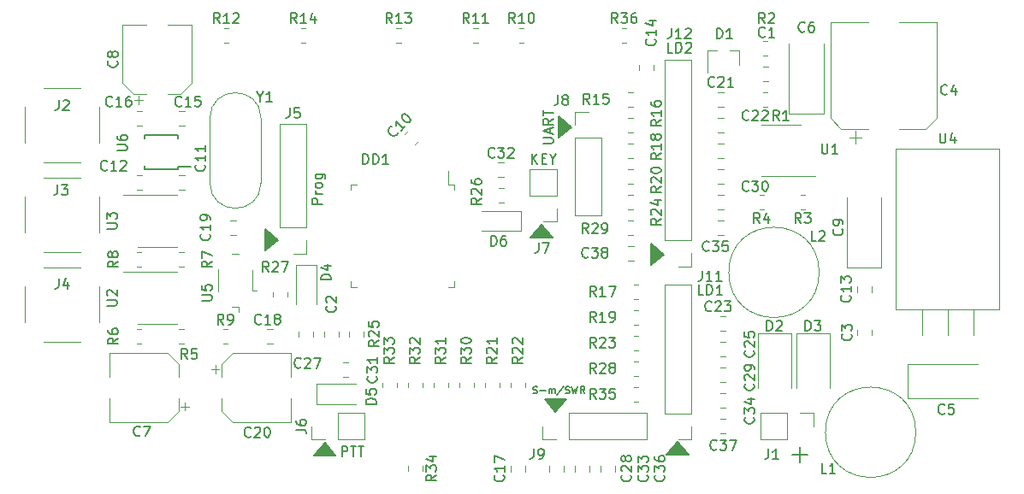
<source format=gto>
%TF.GenerationSoftware,KiCad,Pcbnew,(6.0.8)*%
%TF.CreationDate,2023-01-11T18:12:54+05:00*%
%TF.ProjectId,SyntPIC,53796e74-5049-4432-9e6b-696361645f70,rev?*%
%TF.SameCoordinates,Original*%
%TF.FileFunction,Legend,Top*%
%TF.FilePolarity,Positive*%
%FSLAX46Y46*%
G04 Gerber Fmt 4.6, Leading zero omitted, Abs format (unit mm)*
G04 Created by KiCad (PCBNEW (6.0.8)) date 2023-01-11 18:12:54*
%MOMM*%
%LPD*%
G01*
G04 APERTURE LIST*
%ADD10C,0.150000*%
%ADD11C,0.120000*%
G04 APERTURE END LIST*
D10*
G36*
X234772000Y-138454000D02*
G01*
X232613000Y-138454000D01*
X233711378Y-137197730D01*
X234772000Y-138454000D01*
G37*
X234772000Y-138454000D02*
X232613000Y-138454000D01*
X233711378Y-137197730D01*
X234772000Y-138454000D01*
G36*
X223201270Y-106024378D02*
G01*
X221945000Y-107085000D01*
X221945000Y-104926000D01*
X223201270Y-106024378D01*
G37*
X223201270Y-106024378D02*
X221945000Y-107085000D01*
X221945000Y-104926000D01*
X223201270Y-106024378D01*
G36*
X194118270Y-117200378D02*
G01*
X192862000Y-118261000D01*
X192862000Y-116102000D01*
X194118270Y-117200378D01*
G37*
X194118270Y-117200378D02*
X192862000Y-118261000D01*
X192862000Y-116102000D01*
X194118270Y-117200378D01*
G36*
X221608622Y-134249270D02*
G01*
X220548000Y-132993000D01*
X222707000Y-132993000D01*
X221608622Y-134249270D01*
G37*
X221608622Y-134249270D02*
X220548000Y-132993000D01*
X222707000Y-132993000D01*
X221608622Y-134249270D01*
G36*
X199847000Y-138581000D02*
G01*
X197688000Y-138581000D01*
X198786378Y-137324730D01*
X199847000Y-138581000D01*
G37*
X199847000Y-138581000D02*
X197688000Y-138581000D01*
X198786378Y-137324730D01*
X199847000Y-138581000D01*
G36*
X232359000Y-118642000D02*
G01*
X231102730Y-119702622D01*
X231102730Y-117543622D01*
X232359000Y-118642000D01*
G37*
X232359000Y-118642000D02*
X231102730Y-119702622D01*
X231102730Y-117543622D01*
X232359000Y-118642000D01*
G36*
X221310000Y-116991000D02*
G01*
X219151000Y-116991000D01*
X220249378Y-115734730D01*
X221310000Y-116991000D01*
G37*
X221310000Y-116991000D02*
X219151000Y-116991000D01*
X220249378Y-115734730D01*
X221310000Y-116991000D01*
X245059095Y-138469857D02*
X246582904Y-138469857D01*
X245821000Y-139231761D02*
X245821000Y-137707952D01*
%TO.C,R17*%
X225620142Y-122777380D02*
X225286809Y-122301190D01*
X225048714Y-122777380D02*
X225048714Y-121777380D01*
X225429666Y-121777380D01*
X225524904Y-121825000D01*
X225572523Y-121872619D01*
X225620142Y-121967857D01*
X225620142Y-122110714D01*
X225572523Y-122205952D01*
X225524904Y-122253571D01*
X225429666Y-122301190D01*
X225048714Y-122301190D01*
X226572523Y-122777380D02*
X226001095Y-122777380D01*
X226286809Y-122777380D02*
X226286809Y-121777380D01*
X226191571Y-121920238D01*
X226096333Y-122015476D01*
X226001095Y-122063095D01*
X226905857Y-121777380D02*
X227572523Y-121777380D01*
X227143952Y-122777380D01*
%TO.C,D3*%
X246352904Y-126206380D02*
X246352904Y-125206380D01*
X246591000Y-125206380D01*
X246733857Y-125254000D01*
X246829095Y-125349238D01*
X246876714Y-125444476D01*
X246924333Y-125634952D01*
X246924333Y-125777809D01*
X246876714Y-125968285D01*
X246829095Y-126063523D01*
X246733857Y-126158761D01*
X246591000Y-126206380D01*
X246352904Y-126206380D01*
X247257666Y-125206380D02*
X247876714Y-125206380D01*
X247543380Y-125587333D01*
X247686238Y-125587333D01*
X247781476Y-125634952D01*
X247829095Y-125682571D01*
X247876714Y-125777809D01*
X247876714Y-126015904D01*
X247829095Y-126111142D01*
X247781476Y-126158761D01*
X247686238Y-126206380D01*
X247400523Y-126206380D01*
X247305285Y-126158761D01*
X247257666Y-126111142D01*
%TO.C,R16*%
X232049380Y-105314857D02*
X231573190Y-105648190D01*
X232049380Y-105886285D02*
X231049380Y-105886285D01*
X231049380Y-105505333D01*
X231097000Y-105410095D01*
X231144619Y-105362476D01*
X231239857Y-105314857D01*
X231382714Y-105314857D01*
X231477952Y-105362476D01*
X231525571Y-105410095D01*
X231573190Y-105505333D01*
X231573190Y-105886285D01*
X232049380Y-104362476D02*
X232049380Y-104933904D01*
X232049380Y-104648190D02*
X231049380Y-104648190D01*
X231192238Y-104743428D01*
X231287476Y-104838666D01*
X231335095Y-104933904D01*
X231049380Y-103505333D02*
X231049380Y-103695809D01*
X231097000Y-103791047D01*
X231144619Y-103838666D01*
X231287476Y-103933904D01*
X231477952Y-103981523D01*
X231858904Y-103981523D01*
X231954142Y-103933904D01*
X232001761Y-103886285D01*
X232049380Y-103791047D01*
X232049380Y-103600571D01*
X232001761Y-103505333D01*
X231954142Y-103457714D01*
X231858904Y-103410095D01*
X231620809Y-103410095D01*
X231525571Y-103457714D01*
X231477952Y-103505333D01*
X231430333Y-103600571D01*
X231430333Y-103791047D01*
X231477952Y-103886285D01*
X231525571Y-103933904D01*
X231620809Y-103981523D01*
%TO.C,L1*%
X248448333Y-140303380D02*
X247972142Y-140303380D01*
X247972142Y-139303380D01*
X249305476Y-140303380D02*
X248734047Y-140303380D01*
X249019761Y-140303380D02*
X249019761Y-139303380D01*
X248924523Y-139446238D01*
X248829285Y-139541476D01*
X248734047Y-139589095D01*
%TO.C,C34*%
X241225142Y-134778857D02*
X241272761Y-134826476D01*
X241320380Y-134969333D01*
X241320380Y-135064571D01*
X241272761Y-135207428D01*
X241177523Y-135302666D01*
X241082285Y-135350285D01*
X240891809Y-135397904D01*
X240748952Y-135397904D01*
X240558476Y-135350285D01*
X240463238Y-135302666D01*
X240368000Y-135207428D01*
X240320380Y-135064571D01*
X240320380Y-134969333D01*
X240368000Y-134826476D01*
X240415619Y-134778857D01*
X240320380Y-134445523D02*
X240320380Y-133826476D01*
X240701333Y-134159809D01*
X240701333Y-134016952D01*
X240748952Y-133921714D01*
X240796571Y-133874095D01*
X240891809Y-133826476D01*
X241129904Y-133826476D01*
X241225142Y-133874095D01*
X241272761Y-133921714D01*
X241320380Y-134016952D01*
X241320380Y-134302666D01*
X241272761Y-134397904D01*
X241225142Y-134445523D01*
X240653714Y-132969333D02*
X241320380Y-132969333D01*
X240272761Y-133207428D02*
X240987047Y-133445523D01*
X240987047Y-132826476D01*
%TO.C,R35*%
X225620142Y-132937380D02*
X225286809Y-132461190D01*
X225048714Y-132937380D02*
X225048714Y-131937380D01*
X225429666Y-131937380D01*
X225524904Y-131985000D01*
X225572523Y-132032619D01*
X225620142Y-132127857D01*
X225620142Y-132270714D01*
X225572523Y-132365952D01*
X225524904Y-132413571D01*
X225429666Y-132461190D01*
X225048714Y-132461190D01*
X225953476Y-131937380D02*
X226572523Y-131937380D01*
X226239190Y-132318333D01*
X226382047Y-132318333D01*
X226477285Y-132365952D01*
X226524904Y-132413571D01*
X226572523Y-132508809D01*
X226572523Y-132746904D01*
X226524904Y-132842142D01*
X226477285Y-132889761D01*
X226382047Y-132937380D01*
X226096333Y-132937380D01*
X226001095Y-132889761D01*
X225953476Y-132842142D01*
X227477285Y-131937380D02*
X227001095Y-131937380D01*
X226953476Y-132413571D01*
X227001095Y-132365952D01*
X227096333Y-132318333D01*
X227334428Y-132318333D01*
X227429666Y-132365952D01*
X227477285Y-132413571D01*
X227524904Y-132508809D01*
X227524904Y-132746904D01*
X227477285Y-132842142D01*
X227429666Y-132889761D01*
X227334428Y-132937380D01*
X227096333Y-132937380D01*
X227001095Y-132889761D01*
X226953476Y-132842142D01*
%TO.C,J2*%
X172462666Y-103362380D02*
X172462666Y-104076666D01*
X172415047Y-104219523D01*
X172319809Y-104314761D01*
X172176952Y-104362380D01*
X172081714Y-104362380D01*
X172891238Y-103457619D02*
X172938857Y-103410000D01*
X173034095Y-103362380D01*
X173272190Y-103362380D01*
X173367428Y-103410000D01*
X173415047Y-103457619D01*
X173462666Y-103552857D01*
X173462666Y-103648095D01*
X173415047Y-103790952D01*
X172843619Y-104362380D01*
X173462666Y-104362380D01*
%TO.C,R3*%
X245924333Y-115537380D02*
X245591000Y-115061190D01*
X245352904Y-115537380D02*
X245352904Y-114537380D01*
X245733857Y-114537380D01*
X245829095Y-114585000D01*
X245876714Y-114632619D01*
X245924333Y-114727857D01*
X245924333Y-114870714D01*
X245876714Y-114965952D01*
X245829095Y-115013571D01*
X245733857Y-115061190D01*
X245352904Y-115061190D01*
X246257666Y-114537380D02*
X246876714Y-114537380D01*
X246543380Y-114918333D01*
X246686238Y-114918333D01*
X246781476Y-114965952D01*
X246829095Y-115013571D01*
X246876714Y-115108809D01*
X246876714Y-115346904D01*
X246829095Y-115442142D01*
X246781476Y-115489761D01*
X246686238Y-115537380D01*
X246400523Y-115537380D01*
X246305285Y-115489761D01*
X246257666Y-115442142D01*
%TO.C,R13*%
X205443142Y-95727380D02*
X205109809Y-95251190D01*
X204871714Y-95727380D02*
X204871714Y-94727380D01*
X205252666Y-94727380D01*
X205347904Y-94775000D01*
X205395523Y-94822619D01*
X205443142Y-94917857D01*
X205443142Y-95060714D01*
X205395523Y-95155952D01*
X205347904Y-95203571D01*
X205252666Y-95251190D01*
X204871714Y-95251190D01*
X206395523Y-95727380D02*
X205824095Y-95727380D01*
X206109809Y-95727380D02*
X206109809Y-94727380D01*
X206014571Y-94870238D01*
X205919333Y-94965476D01*
X205824095Y-95013095D01*
X206728857Y-94727380D02*
X207347904Y-94727380D01*
X207014571Y-95108333D01*
X207157428Y-95108333D01*
X207252666Y-95155952D01*
X207300285Y-95203571D01*
X207347904Y-95298809D01*
X207347904Y-95536904D01*
X207300285Y-95632142D01*
X207252666Y-95679761D01*
X207157428Y-95727380D01*
X206871714Y-95727380D01*
X206776476Y-95679761D01*
X206728857Y-95632142D01*
%TO.C,R19*%
X225620142Y-125317380D02*
X225286809Y-124841190D01*
X225048714Y-125317380D02*
X225048714Y-124317380D01*
X225429666Y-124317380D01*
X225524904Y-124365000D01*
X225572523Y-124412619D01*
X225620142Y-124507857D01*
X225620142Y-124650714D01*
X225572523Y-124745952D01*
X225524904Y-124793571D01*
X225429666Y-124841190D01*
X225048714Y-124841190D01*
X226572523Y-125317380D02*
X226001095Y-125317380D01*
X226286809Y-125317380D02*
X226286809Y-124317380D01*
X226191571Y-124460238D01*
X226096333Y-124555476D01*
X226001095Y-124603095D01*
X227048714Y-125317380D02*
X227239190Y-125317380D01*
X227334428Y-125269761D01*
X227382047Y-125222142D01*
X227477285Y-125079285D01*
X227524904Y-124888809D01*
X227524904Y-124507857D01*
X227477285Y-124412619D01*
X227429666Y-124365000D01*
X227334428Y-124317380D01*
X227143952Y-124317380D01*
X227048714Y-124365000D01*
X227001095Y-124412619D01*
X226953476Y-124507857D01*
X226953476Y-124745952D01*
X227001095Y-124841190D01*
X227048714Y-124888809D01*
X227143952Y-124936428D01*
X227334428Y-124936428D01*
X227429666Y-124888809D01*
X227477285Y-124841190D01*
X227524904Y-124745952D01*
%TO.C,C37*%
X237558142Y-137922142D02*
X237510523Y-137969761D01*
X237367666Y-138017380D01*
X237272428Y-138017380D01*
X237129571Y-137969761D01*
X237034333Y-137874523D01*
X236986714Y-137779285D01*
X236939095Y-137588809D01*
X236939095Y-137445952D01*
X236986714Y-137255476D01*
X237034333Y-137160238D01*
X237129571Y-137065000D01*
X237272428Y-137017380D01*
X237367666Y-137017380D01*
X237510523Y-137065000D01*
X237558142Y-137112619D01*
X237891476Y-137017380D02*
X238510523Y-137017380D01*
X238177190Y-137398333D01*
X238320047Y-137398333D01*
X238415285Y-137445952D01*
X238462904Y-137493571D01*
X238510523Y-137588809D01*
X238510523Y-137826904D01*
X238462904Y-137922142D01*
X238415285Y-137969761D01*
X238320047Y-138017380D01*
X238034333Y-138017380D01*
X237939095Y-137969761D01*
X237891476Y-137922142D01*
X238843857Y-137017380D02*
X239510523Y-137017380D01*
X239081952Y-138017380D01*
%TO.C,R10*%
X217603142Y-95727380D02*
X217269809Y-95251190D01*
X217031714Y-95727380D02*
X217031714Y-94727380D01*
X217412666Y-94727380D01*
X217507904Y-94775000D01*
X217555523Y-94822619D01*
X217603142Y-94917857D01*
X217603142Y-95060714D01*
X217555523Y-95155952D01*
X217507904Y-95203571D01*
X217412666Y-95251190D01*
X217031714Y-95251190D01*
X218555523Y-95727380D02*
X217984095Y-95727380D01*
X218269809Y-95727380D02*
X218269809Y-94727380D01*
X218174571Y-94870238D01*
X218079333Y-94965476D01*
X217984095Y-95013095D01*
X219174571Y-94727380D02*
X219269809Y-94727380D01*
X219365047Y-94775000D01*
X219412666Y-94822619D01*
X219460285Y-94917857D01*
X219507904Y-95108333D01*
X219507904Y-95346428D01*
X219460285Y-95536904D01*
X219412666Y-95632142D01*
X219365047Y-95679761D01*
X219269809Y-95727380D01*
X219174571Y-95727380D01*
X219079333Y-95679761D01*
X219031714Y-95632142D01*
X218984095Y-95536904D01*
X218936476Y-95346428D01*
X218936476Y-95108333D01*
X218984095Y-94917857D01*
X219031714Y-94822619D01*
X219079333Y-94775000D01*
X219174571Y-94727380D01*
%TO.C,C9*%
X249978142Y-116131666D02*
X250025761Y-116179285D01*
X250073380Y-116322142D01*
X250073380Y-116417380D01*
X250025761Y-116560238D01*
X249930523Y-116655476D01*
X249835285Y-116703095D01*
X249644809Y-116750714D01*
X249501952Y-116750714D01*
X249311476Y-116703095D01*
X249216238Y-116655476D01*
X249121000Y-116560238D01*
X249073380Y-116417380D01*
X249073380Y-116322142D01*
X249121000Y-116179285D01*
X249168619Y-116131666D01*
X250073380Y-115655476D02*
X250073380Y-115465000D01*
X250025761Y-115369761D01*
X249978142Y-115322142D01*
X249835285Y-115226904D01*
X249644809Y-115179285D01*
X249263857Y-115179285D01*
X249168619Y-115226904D01*
X249121000Y-115274523D01*
X249073380Y-115369761D01*
X249073380Y-115560238D01*
X249121000Y-115655476D01*
X249168619Y-115703095D01*
X249263857Y-115750714D01*
X249501952Y-115750714D01*
X249597190Y-115703095D01*
X249644809Y-115655476D01*
X249692428Y-115560238D01*
X249692428Y-115369761D01*
X249644809Y-115274523D01*
X249597190Y-115226904D01*
X249501952Y-115179285D01*
%TO.C,D4*%
X199410380Y-121158095D02*
X198410380Y-121158095D01*
X198410380Y-120920000D01*
X198458000Y-120777142D01*
X198553238Y-120681904D01*
X198648476Y-120634285D01*
X198838952Y-120586666D01*
X198981809Y-120586666D01*
X199172285Y-120634285D01*
X199267523Y-120681904D01*
X199362761Y-120777142D01*
X199410380Y-120920000D01*
X199410380Y-121158095D01*
X198743714Y-119729523D02*
X199410380Y-119729523D01*
X198362761Y-119967619D02*
X199077047Y-120205714D01*
X199077047Y-119586666D01*
%TO.C,C14*%
X231446142Y-97313857D02*
X231493761Y-97361476D01*
X231541380Y-97504333D01*
X231541380Y-97599571D01*
X231493761Y-97742428D01*
X231398523Y-97837666D01*
X231303285Y-97885285D01*
X231112809Y-97932904D01*
X230969952Y-97932904D01*
X230779476Y-97885285D01*
X230684238Y-97837666D01*
X230589000Y-97742428D01*
X230541380Y-97599571D01*
X230541380Y-97504333D01*
X230589000Y-97361476D01*
X230636619Y-97313857D01*
X231541380Y-96361476D02*
X231541380Y-96932904D01*
X231541380Y-96647190D02*
X230541380Y-96647190D01*
X230684238Y-96742428D01*
X230779476Y-96837666D01*
X230827095Y-96932904D01*
X230874714Y-95504333D02*
X231541380Y-95504333D01*
X230493761Y-95742428D02*
X231208047Y-95980523D01*
X231208047Y-95361476D01*
%TO.C,C1*%
X242352333Y-97028142D02*
X242304714Y-97075761D01*
X242161857Y-97123380D01*
X242066619Y-97123380D01*
X241923761Y-97075761D01*
X241828523Y-96980523D01*
X241780904Y-96885285D01*
X241733285Y-96694809D01*
X241733285Y-96551952D01*
X241780904Y-96361476D01*
X241828523Y-96266238D01*
X241923761Y-96171000D01*
X242066619Y-96123380D01*
X242161857Y-96123380D01*
X242304714Y-96171000D01*
X242352333Y-96218619D01*
X243304714Y-97123380D02*
X242733285Y-97123380D01*
X243019000Y-97123380D02*
X243019000Y-96123380D01*
X242923761Y-96266238D01*
X242828523Y-96361476D01*
X242733285Y-96409095D01*
%TO.C,R32*%
X208173380Y-128809857D02*
X207697190Y-129143190D01*
X208173380Y-129381285D02*
X207173380Y-129381285D01*
X207173380Y-129000333D01*
X207221000Y-128905095D01*
X207268619Y-128857476D01*
X207363857Y-128809857D01*
X207506714Y-128809857D01*
X207601952Y-128857476D01*
X207649571Y-128905095D01*
X207697190Y-129000333D01*
X207697190Y-129381285D01*
X207173380Y-128476523D02*
X207173380Y-127857476D01*
X207554333Y-128190809D01*
X207554333Y-128047952D01*
X207601952Y-127952714D01*
X207649571Y-127905095D01*
X207744809Y-127857476D01*
X207982904Y-127857476D01*
X208078142Y-127905095D01*
X208125761Y-127952714D01*
X208173380Y-128047952D01*
X208173380Y-128333666D01*
X208125761Y-128428904D01*
X208078142Y-128476523D01*
X207268619Y-127476523D02*
X207221000Y-127428904D01*
X207173380Y-127333666D01*
X207173380Y-127095571D01*
X207221000Y-127000333D01*
X207268619Y-126952714D01*
X207363857Y-126905095D01*
X207459095Y-126905095D01*
X207601952Y-126952714D01*
X208173380Y-127524142D01*
X208173380Y-126905095D01*
%TO.C,R15*%
X224985142Y-103727380D02*
X224651809Y-103251190D01*
X224413714Y-103727380D02*
X224413714Y-102727380D01*
X224794666Y-102727380D01*
X224889904Y-102775000D01*
X224937523Y-102822619D01*
X224985142Y-102917857D01*
X224985142Y-103060714D01*
X224937523Y-103155952D01*
X224889904Y-103203571D01*
X224794666Y-103251190D01*
X224413714Y-103251190D01*
X225937523Y-103727380D02*
X225366095Y-103727380D01*
X225651809Y-103727380D02*
X225651809Y-102727380D01*
X225556571Y-102870238D01*
X225461333Y-102965476D01*
X225366095Y-103013095D01*
X226842285Y-102727380D02*
X226366095Y-102727380D01*
X226318476Y-103203571D01*
X226366095Y-103155952D01*
X226461333Y-103108333D01*
X226699428Y-103108333D01*
X226794666Y-103155952D01*
X226842285Y-103203571D01*
X226889904Y-103298809D01*
X226889904Y-103536904D01*
X226842285Y-103632142D01*
X226794666Y-103679761D01*
X226699428Y-103727380D01*
X226461333Y-103727380D01*
X226366095Y-103679761D01*
X226318476Y-103632142D01*
%TO.C,R21*%
X215793380Y-128809857D02*
X215317190Y-129143190D01*
X215793380Y-129381285D02*
X214793380Y-129381285D01*
X214793380Y-129000333D01*
X214841000Y-128905095D01*
X214888619Y-128857476D01*
X214983857Y-128809857D01*
X215126714Y-128809857D01*
X215221952Y-128857476D01*
X215269571Y-128905095D01*
X215317190Y-129000333D01*
X215317190Y-129381285D01*
X214888619Y-128428904D02*
X214841000Y-128381285D01*
X214793380Y-128286047D01*
X214793380Y-128047952D01*
X214841000Y-127952714D01*
X214888619Y-127905095D01*
X214983857Y-127857476D01*
X215079095Y-127857476D01*
X215221952Y-127905095D01*
X215793380Y-128476523D01*
X215793380Y-127857476D01*
X215793380Y-126905095D02*
X215793380Y-127476523D01*
X215793380Y-127190809D02*
X214793380Y-127190809D01*
X214936238Y-127286047D01*
X215031476Y-127381285D01*
X215079095Y-127476523D01*
%TO.C,R31*%
X210713380Y-128809857D02*
X210237190Y-129143190D01*
X210713380Y-129381285D02*
X209713380Y-129381285D01*
X209713380Y-129000333D01*
X209761000Y-128905095D01*
X209808619Y-128857476D01*
X209903857Y-128809857D01*
X210046714Y-128809857D01*
X210141952Y-128857476D01*
X210189571Y-128905095D01*
X210237190Y-129000333D01*
X210237190Y-129381285D01*
X209713380Y-128476523D02*
X209713380Y-127857476D01*
X210094333Y-128190809D01*
X210094333Y-128047952D01*
X210141952Y-127952714D01*
X210189571Y-127905095D01*
X210284809Y-127857476D01*
X210522904Y-127857476D01*
X210618142Y-127905095D01*
X210665761Y-127952714D01*
X210713380Y-128047952D01*
X210713380Y-128333666D01*
X210665761Y-128428904D01*
X210618142Y-128476523D01*
X210713380Y-126905095D02*
X210713380Y-127476523D01*
X210713380Y-127190809D02*
X209713380Y-127190809D01*
X209856238Y-127286047D01*
X209951476Y-127381285D01*
X209999095Y-127476523D01*
%TO.C,R27*%
X193235142Y-120364380D02*
X192901809Y-119888190D01*
X192663714Y-120364380D02*
X192663714Y-119364380D01*
X193044666Y-119364380D01*
X193139904Y-119412000D01*
X193187523Y-119459619D01*
X193235142Y-119554857D01*
X193235142Y-119697714D01*
X193187523Y-119792952D01*
X193139904Y-119840571D01*
X193044666Y-119888190D01*
X192663714Y-119888190D01*
X193616095Y-119459619D02*
X193663714Y-119412000D01*
X193758952Y-119364380D01*
X193997047Y-119364380D01*
X194092285Y-119412000D01*
X194139904Y-119459619D01*
X194187523Y-119554857D01*
X194187523Y-119650095D01*
X194139904Y-119792952D01*
X193568476Y-120364380D01*
X194187523Y-120364380D01*
X194520857Y-119364380D02*
X195187523Y-119364380D01*
X194758952Y-120364380D01*
%TO.C,R29*%
X224858142Y-116554380D02*
X224524809Y-116078190D01*
X224286714Y-116554380D02*
X224286714Y-115554380D01*
X224667666Y-115554380D01*
X224762904Y-115602000D01*
X224810523Y-115649619D01*
X224858142Y-115744857D01*
X224858142Y-115887714D01*
X224810523Y-115982952D01*
X224762904Y-116030571D01*
X224667666Y-116078190D01*
X224286714Y-116078190D01*
X225239095Y-115649619D02*
X225286714Y-115602000D01*
X225381952Y-115554380D01*
X225620047Y-115554380D01*
X225715285Y-115602000D01*
X225762904Y-115649619D01*
X225810523Y-115744857D01*
X225810523Y-115840095D01*
X225762904Y-115982952D01*
X225191476Y-116554380D01*
X225810523Y-116554380D01*
X226286714Y-116554380D02*
X226477190Y-116554380D01*
X226572428Y-116506761D01*
X226620047Y-116459142D01*
X226715285Y-116316285D01*
X226762904Y-116125809D01*
X226762904Y-115744857D01*
X226715285Y-115649619D01*
X226667666Y-115602000D01*
X226572428Y-115554380D01*
X226381952Y-115554380D01*
X226286714Y-115602000D01*
X226239095Y-115649619D01*
X226191476Y-115744857D01*
X226191476Y-115982952D01*
X226239095Y-116078190D01*
X226286714Y-116125809D01*
X226381952Y-116173428D01*
X226572428Y-116173428D01*
X226667666Y-116125809D01*
X226715285Y-116078190D01*
X226762904Y-115982952D01*
%TO.C,J3*%
X172335666Y-111744380D02*
X172335666Y-112458666D01*
X172288047Y-112601523D01*
X172192809Y-112696761D01*
X172049952Y-112744380D01*
X171954714Y-112744380D01*
X172716619Y-111744380D02*
X173335666Y-111744380D01*
X173002333Y-112125333D01*
X173145190Y-112125333D01*
X173240428Y-112172952D01*
X173288047Y-112220571D01*
X173335666Y-112315809D01*
X173335666Y-112553904D01*
X173288047Y-112649142D01*
X173240428Y-112696761D01*
X173145190Y-112744380D01*
X172859476Y-112744380D01*
X172764238Y-112696761D01*
X172716619Y-112649142D01*
%TO.C,R24*%
X232049380Y-115093857D02*
X231573190Y-115427190D01*
X232049380Y-115665285D02*
X231049380Y-115665285D01*
X231049380Y-115284333D01*
X231097000Y-115189095D01*
X231144619Y-115141476D01*
X231239857Y-115093857D01*
X231382714Y-115093857D01*
X231477952Y-115141476D01*
X231525571Y-115189095D01*
X231573190Y-115284333D01*
X231573190Y-115665285D01*
X231144619Y-114712904D02*
X231097000Y-114665285D01*
X231049380Y-114570047D01*
X231049380Y-114331952D01*
X231097000Y-114236714D01*
X231144619Y-114189095D01*
X231239857Y-114141476D01*
X231335095Y-114141476D01*
X231477952Y-114189095D01*
X232049380Y-114760523D01*
X232049380Y-114141476D01*
X231382714Y-113284333D02*
X232049380Y-113284333D01*
X231001761Y-113522428D02*
X231716047Y-113760523D01*
X231716047Y-113141476D01*
%TO.C,R9*%
X188774333Y-125571380D02*
X188441000Y-125095190D01*
X188202904Y-125571380D02*
X188202904Y-124571380D01*
X188583857Y-124571380D01*
X188679095Y-124619000D01*
X188726714Y-124666619D01*
X188774333Y-124761857D01*
X188774333Y-124904714D01*
X188726714Y-124999952D01*
X188679095Y-125047571D01*
X188583857Y-125095190D01*
X188202904Y-125095190D01*
X189250523Y-125571380D02*
X189441000Y-125571380D01*
X189536238Y-125523761D01*
X189583857Y-125476142D01*
X189679095Y-125333285D01*
X189726714Y-125142809D01*
X189726714Y-124761857D01*
X189679095Y-124666619D01*
X189631476Y-124619000D01*
X189536238Y-124571380D01*
X189345761Y-124571380D01*
X189250523Y-124619000D01*
X189202904Y-124666619D01*
X189155285Y-124761857D01*
X189155285Y-124999952D01*
X189202904Y-125095190D01*
X189250523Y-125142809D01*
X189345761Y-125190428D01*
X189536238Y-125190428D01*
X189631476Y-125142809D01*
X189679095Y-125095190D01*
X189726714Y-124999952D01*
%TO.C,C2*%
X199823142Y-123761666D02*
X199870761Y-123809285D01*
X199918380Y-123952142D01*
X199918380Y-124047380D01*
X199870761Y-124190238D01*
X199775523Y-124285476D01*
X199680285Y-124333095D01*
X199489809Y-124380714D01*
X199346952Y-124380714D01*
X199156476Y-124333095D01*
X199061238Y-124285476D01*
X198966000Y-124190238D01*
X198918380Y-124047380D01*
X198918380Y-123952142D01*
X198966000Y-123809285D01*
X199013619Y-123761666D01*
X199013619Y-123380714D02*
X198966000Y-123333095D01*
X198918380Y-123237857D01*
X198918380Y-122999761D01*
X198966000Y-122904523D01*
X199013619Y-122856904D01*
X199108857Y-122809285D01*
X199204095Y-122809285D01*
X199346952Y-122856904D01*
X199918380Y-123428333D01*
X199918380Y-122809285D01*
%TO.C,L2*%
X247432333Y-117316380D02*
X246956142Y-117316380D01*
X246956142Y-116316380D01*
X247718047Y-116411619D02*
X247765666Y-116364000D01*
X247860904Y-116316380D01*
X248099000Y-116316380D01*
X248194238Y-116364000D01*
X248241857Y-116411619D01*
X248289476Y-116506857D01*
X248289476Y-116602095D01*
X248241857Y-116744952D01*
X247670428Y-117316380D01*
X248289476Y-117316380D01*
%TO.C,C17*%
X216460142Y-140515357D02*
X216507761Y-140562976D01*
X216555380Y-140705833D01*
X216555380Y-140801071D01*
X216507761Y-140943928D01*
X216412523Y-141039166D01*
X216317285Y-141086785D01*
X216126809Y-141134404D01*
X215983952Y-141134404D01*
X215793476Y-141086785D01*
X215698238Y-141039166D01*
X215603000Y-140943928D01*
X215555380Y-140801071D01*
X215555380Y-140705833D01*
X215603000Y-140562976D01*
X215650619Y-140515357D01*
X216555380Y-139562976D02*
X216555380Y-140134404D01*
X216555380Y-139848690D02*
X215555380Y-139848690D01*
X215698238Y-139943928D01*
X215793476Y-140039166D01*
X215841095Y-140134404D01*
X215555380Y-139229642D02*
X215555380Y-138562976D01*
X216555380Y-138991547D01*
%TO.C,J8*%
X221865666Y-102854380D02*
X221865666Y-103568666D01*
X221818047Y-103711523D01*
X221722809Y-103806761D01*
X221579952Y-103854380D01*
X221484714Y-103854380D01*
X222484714Y-103282952D02*
X222389476Y-103235333D01*
X222341857Y-103187714D01*
X222294238Y-103092476D01*
X222294238Y-103044857D01*
X222341857Y-102949619D01*
X222389476Y-102902000D01*
X222484714Y-102854380D01*
X222675190Y-102854380D01*
X222770428Y-102902000D01*
X222818047Y-102949619D01*
X222865666Y-103044857D01*
X222865666Y-103092476D01*
X222818047Y-103187714D01*
X222770428Y-103235333D01*
X222675190Y-103282952D01*
X222484714Y-103282952D01*
X222389476Y-103330571D01*
X222341857Y-103378190D01*
X222294238Y-103473428D01*
X222294238Y-103663904D01*
X222341857Y-103759142D01*
X222389476Y-103806761D01*
X222484714Y-103854380D01*
X222675190Y-103854380D01*
X222770428Y-103806761D01*
X222818047Y-103759142D01*
X222865666Y-103663904D01*
X222865666Y-103473428D01*
X222818047Y-103378190D01*
X222770428Y-103330571D01*
X222675190Y-103282952D01*
X220381380Y-107664238D02*
X221190904Y-107664238D01*
X221286142Y-107616619D01*
X221333761Y-107569000D01*
X221381380Y-107473761D01*
X221381380Y-107283285D01*
X221333761Y-107188047D01*
X221286142Y-107140428D01*
X221190904Y-107092809D01*
X220381380Y-107092809D01*
X221095666Y-106664238D02*
X221095666Y-106188047D01*
X221381380Y-106759476D02*
X220381380Y-106426142D01*
X221381380Y-106092809D01*
X221381380Y-105188047D02*
X220905190Y-105521380D01*
X221381380Y-105759476D02*
X220381380Y-105759476D01*
X220381380Y-105378523D01*
X220429000Y-105283285D01*
X220476619Y-105235666D01*
X220571857Y-105188047D01*
X220714714Y-105188047D01*
X220809952Y-105235666D01*
X220857571Y-105283285D01*
X220905190Y-105378523D01*
X220905190Y-105759476D01*
X220381380Y-104902333D02*
X220381380Y-104330904D01*
X221381380Y-104616619D02*
X220381380Y-104616619D01*
%TO.C,C5*%
X260132333Y-134366142D02*
X260084714Y-134413761D01*
X259941857Y-134461380D01*
X259846619Y-134461380D01*
X259703761Y-134413761D01*
X259608523Y-134318523D01*
X259560904Y-134223285D01*
X259513285Y-134032809D01*
X259513285Y-133889952D01*
X259560904Y-133699476D01*
X259608523Y-133604238D01*
X259703761Y-133509000D01*
X259846619Y-133461380D01*
X259941857Y-133461380D01*
X260084714Y-133509000D01*
X260132333Y-133556619D01*
X261037095Y-133461380D02*
X260560904Y-133461380D01*
X260513285Y-133937571D01*
X260560904Y-133889952D01*
X260656142Y-133842333D01*
X260894238Y-133842333D01*
X260989476Y-133889952D01*
X261037095Y-133937571D01*
X261084714Y-134032809D01*
X261084714Y-134270904D01*
X261037095Y-134366142D01*
X260989476Y-134413761D01*
X260894238Y-134461380D01*
X260656142Y-134461380D01*
X260560904Y-134413761D01*
X260513285Y-134366142D01*
%TO.C,C3*%
X250848142Y-126534166D02*
X250895761Y-126581785D01*
X250943380Y-126724642D01*
X250943380Y-126819880D01*
X250895761Y-126962738D01*
X250800523Y-127057976D01*
X250705285Y-127105595D01*
X250514809Y-127153214D01*
X250371952Y-127153214D01*
X250181476Y-127105595D01*
X250086238Y-127057976D01*
X249991000Y-126962738D01*
X249943380Y-126819880D01*
X249943380Y-126724642D01*
X249991000Y-126581785D01*
X250038619Y-126534166D01*
X249943380Y-126200833D02*
X249943380Y-125581785D01*
X250324333Y-125915119D01*
X250324333Y-125772261D01*
X250371952Y-125677023D01*
X250419571Y-125629404D01*
X250514809Y-125581785D01*
X250752904Y-125581785D01*
X250848142Y-125629404D01*
X250895761Y-125677023D01*
X250943380Y-125772261D01*
X250943380Y-126057976D01*
X250895761Y-126153214D01*
X250848142Y-126200833D01*
%TO.C,D6*%
X215237904Y-117792380D02*
X215237904Y-116792380D01*
X215476000Y-116792380D01*
X215618857Y-116840000D01*
X215714095Y-116935238D01*
X215761714Y-117030476D01*
X215809333Y-117220952D01*
X215809333Y-117363809D01*
X215761714Y-117554285D01*
X215714095Y-117649523D01*
X215618857Y-117744761D01*
X215476000Y-117792380D01*
X215237904Y-117792380D01*
X216666476Y-116792380D02*
X216476000Y-116792380D01*
X216380761Y-116840000D01*
X216333142Y-116887619D01*
X216237904Y-117030476D01*
X216190285Y-117220952D01*
X216190285Y-117601904D01*
X216237904Y-117697142D01*
X216285523Y-117744761D01*
X216380761Y-117792380D01*
X216571238Y-117792380D01*
X216666476Y-117744761D01*
X216714095Y-117697142D01*
X216761714Y-117601904D01*
X216761714Y-117363809D01*
X216714095Y-117268571D01*
X216666476Y-117220952D01*
X216571238Y-117173333D01*
X216380761Y-117173333D01*
X216285523Y-117220952D01*
X216237904Y-117268571D01*
X216190285Y-117363809D01*
%TO.C,R23*%
X225620142Y-127857380D02*
X225286809Y-127381190D01*
X225048714Y-127857380D02*
X225048714Y-126857380D01*
X225429666Y-126857380D01*
X225524904Y-126905000D01*
X225572523Y-126952619D01*
X225620142Y-127047857D01*
X225620142Y-127190714D01*
X225572523Y-127285952D01*
X225524904Y-127333571D01*
X225429666Y-127381190D01*
X225048714Y-127381190D01*
X226001095Y-126952619D02*
X226048714Y-126905000D01*
X226143952Y-126857380D01*
X226382047Y-126857380D01*
X226477285Y-126905000D01*
X226524904Y-126952619D01*
X226572523Y-127047857D01*
X226572523Y-127143095D01*
X226524904Y-127285952D01*
X225953476Y-127857380D01*
X226572523Y-127857380D01*
X226905857Y-126857380D02*
X227524904Y-126857380D01*
X227191571Y-127238333D01*
X227334428Y-127238333D01*
X227429666Y-127285952D01*
X227477285Y-127333571D01*
X227524904Y-127428809D01*
X227524904Y-127666904D01*
X227477285Y-127762142D01*
X227429666Y-127809761D01*
X227334428Y-127857380D01*
X227048714Y-127857380D01*
X226953476Y-127809761D01*
X226905857Y-127762142D01*
%TO.C,R26*%
X214269380Y-113061857D02*
X213793190Y-113395190D01*
X214269380Y-113633285D02*
X213269380Y-113633285D01*
X213269380Y-113252333D01*
X213317000Y-113157095D01*
X213364619Y-113109476D01*
X213459857Y-113061857D01*
X213602714Y-113061857D01*
X213697952Y-113109476D01*
X213745571Y-113157095D01*
X213793190Y-113252333D01*
X213793190Y-113633285D01*
X213364619Y-112680904D02*
X213317000Y-112633285D01*
X213269380Y-112538047D01*
X213269380Y-112299952D01*
X213317000Y-112204714D01*
X213364619Y-112157095D01*
X213459857Y-112109476D01*
X213555095Y-112109476D01*
X213697952Y-112157095D01*
X214269380Y-112728523D01*
X214269380Y-112109476D01*
X213269380Y-111252333D02*
X213269380Y-111442809D01*
X213317000Y-111538047D01*
X213364619Y-111585666D01*
X213507476Y-111680904D01*
X213697952Y-111728523D01*
X214078904Y-111728523D01*
X214174142Y-111680904D01*
X214221761Y-111633285D01*
X214269380Y-111538047D01*
X214269380Y-111347571D01*
X214221761Y-111252333D01*
X214174142Y-111204714D01*
X214078904Y-111157095D01*
X213840809Y-111157095D01*
X213745571Y-111204714D01*
X213697952Y-111252333D01*
X213650333Y-111347571D01*
X213650333Y-111538047D01*
X213697952Y-111633285D01*
X213745571Y-111680904D01*
X213840809Y-111728523D01*
%TO.C,D2*%
X242542904Y-126206380D02*
X242542904Y-125206380D01*
X242781000Y-125206380D01*
X242923857Y-125254000D01*
X243019095Y-125349238D01*
X243066714Y-125444476D01*
X243114333Y-125634952D01*
X243114333Y-125777809D01*
X243066714Y-125968285D01*
X243019095Y-126063523D01*
X242923857Y-126158761D01*
X242781000Y-126206380D01*
X242542904Y-126206380D01*
X243495285Y-125301619D02*
X243542904Y-125254000D01*
X243638142Y-125206380D01*
X243876238Y-125206380D01*
X243971476Y-125254000D01*
X244019095Y-125301619D01*
X244066714Y-125396857D01*
X244066714Y-125492095D01*
X244019095Y-125634952D01*
X243447666Y-126206380D01*
X244066714Y-126206380D01*
%TO.C,C31*%
X203887142Y-130714857D02*
X203934761Y-130762476D01*
X203982380Y-130905333D01*
X203982380Y-131000571D01*
X203934761Y-131143428D01*
X203839523Y-131238666D01*
X203744285Y-131286285D01*
X203553809Y-131333904D01*
X203410952Y-131333904D01*
X203220476Y-131286285D01*
X203125238Y-131238666D01*
X203030000Y-131143428D01*
X202982380Y-131000571D01*
X202982380Y-130905333D01*
X203030000Y-130762476D01*
X203077619Y-130714857D01*
X202982380Y-130381523D02*
X202982380Y-129762476D01*
X203363333Y-130095809D01*
X203363333Y-129952952D01*
X203410952Y-129857714D01*
X203458571Y-129810095D01*
X203553809Y-129762476D01*
X203791904Y-129762476D01*
X203887142Y-129810095D01*
X203934761Y-129857714D01*
X203982380Y-129952952D01*
X203982380Y-130238666D01*
X203934761Y-130333904D01*
X203887142Y-130381523D01*
X203982380Y-128810095D02*
X203982380Y-129381523D01*
X203982380Y-129095809D02*
X202982380Y-129095809D01*
X203125238Y-129191047D01*
X203220476Y-129286285D01*
X203268095Y-129381523D01*
%TO.C,C11*%
X186869142Y-109759857D02*
X186916761Y-109807476D01*
X186964380Y-109950333D01*
X186964380Y-110045571D01*
X186916761Y-110188428D01*
X186821523Y-110283666D01*
X186726285Y-110331285D01*
X186535809Y-110378904D01*
X186392952Y-110378904D01*
X186202476Y-110331285D01*
X186107238Y-110283666D01*
X186012000Y-110188428D01*
X185964380Y-110045571D01*
X185964380Y-109950333D01*
X186012000Y-109807476D01*
X186059619Y-109759857D01*
X186964380Y-108807476D02*
X186964380Y-109378904D01*
X186964380Y-109093190D02*
X185964380Y-109093190D01*
X186107238Y-109188428D01*
X186202476Y-109283666D01*
X186250095Y-109378904D01*
X186964380Y-107855095D02*
X186964380Y-108426523D01*
X186964380Y-108140809D02*
X185964380Y-108140809D01*
X186107238Y-108236047D01*
X186202476Y-108331285D01*
X186250095Y-108426523D01*
%TO.C,R2*%
X242352333Y-95726380D02*
X242019000Y-95250190D01*
X241780904Y-95726380D02*
X241780904Y-94726380D01*
X242161857Y-94726380D01*
X242257095Y-94774000D01*
X242304714Y-94821619D01*
X242352333Y-94916857D01*
X242352333Y-95059714D01*
X242304714Y-95154952D01*
X242257095Y-95202571D01*
X242161857Y-95250190D01*
X241780904Y-95250190D01*
X242733285Y-94821619D02*
X242780904Y-94774000D01*
X242876142Y-94726380D01*
X243114238Y-94726380D01*
X243209476Y-94774000D01*
X243257095Y-94821619D01*
X243304714Y-94916857D01*
X243304714Y-95012095D01*
X243257095Y-95154952D01*
X242685666Y-95726380D01*
X243304714Y-95726380D01*
%TO.C,C6*%
X246289333Y-96520142D02*
X246241714Y-96567761D01*
X246098857Y-96615380D01*
X246003619Y-96615380D01*
X245860761Y-96567761D01*
X245765523Y-96472523D01*
X245717904Y-96377285D01*
X245670285Y-96186809D01*
X245670285Y-96043952D01*
X245717904Y-95853476D01*
X245765523Y-95758238D01*
X245860761Y-95663000D01*
X246003619Y-95615380D01*
X246098857Y-95615380D01*
X246241714Y-95663000D01*
X246289333Y-95710619D01*
X247146476Y-95615380D02*
X246956000Y-95615380D01*
X246860761Y-95663000D01*
X246813142Y-95710619D01*
X246717904Y-95853476D01*
X246670285Y-96043952D01*
X246670285Y-96424904D01*
X246717904Y-96520142D01*
X246765523Y-96567761D01*
X246860761Y-96615380D01*
X247051238Y-96615380D01*
X247146476Y-96567761D01*
X247194095Y-96520142D01*
X247241714Y-96424904D01*
X247241714Y-96186809D01*
X247194095Y-96091571D01*
X247146476Y-96043952D01*
X247051238Y-95996333D01*
X246860761Y-95996333D01*
X246765523Y-96043952D01*
X246717904Y-96091571D01*
X246670285Y-96186809D01*
%TO.C,C28*%
X229033142Y-140493857D02*
X229080761Y-140541476D01*
X229128380Y-140684333D01*
X229128380Y-140779571D01*
X229080761Y-140922428D01*
X228985523Y-141017666D01*
X228890285Y-141065285D01*
X228699809Y-141112904D01*
X228556952Y-141112904D01*
X228366476Y-141065285D01*
X228271238Y-141017666D01*
X228176000Y-140922428D01*
X228128380Y-140779571D01*
X228128380Y-140684333D01*
X228176000Y-140541476D01*
X228223619Y-140493857D01*
X228223619Y-140112904D02*
X228176000Y-140065285D01*
X228128380Y-139970047D01*
X228128380Y-139731952D01*
X228176000Y-139636714D01*
X228223619Y-139589095D01*
X228318857Y-139541476D01*
X228414095Y-139541476D01*
X228556952Y-139589095D01*
X229128380Y-140160523D01*
X229128380Y-139541476D01*
X228556952Y-138970047D02*
X228509333Y-139065285D01*
X228461714Y-139112904D01*
X228366476Y-139160523D01*
X228318857Y-139160523D01*
X228223619Y-139112904D01*
X228176000Y-139065285D01*
X228128380Y-138970047D01*
X228128380Y-138779571D01*
X228176000Y-138684333D01*
X228223619Y-138636714D01*
X228318857Y-138589095D01*
X228366476Y-138589095D01*
X228461714Y-138636714D01*
X228509333Y-138684333D01*
X228556952Y-138779571D01*
X228556952Y-138970047D01*
X228604571Y-139065285D01*
X228652190Y-139112904D01*
X228747428Y-139160523D01*
X228937904Y-139160523D01*
X229033142Y-139112904D01*
X229080761Y-139065285D01*
X229128380Y-138970047D01*
X229128380Y-138779571D01*
X229080761Y-138684333D01*
X229033142Y-138636714D01*
X228937904Y-138589095D01*
X228747428Y-138589095D01*
X228652190Y-138636714D01*
X228604571Y-138684333D01*
X228556952Y-138779571D01*
%TO.C,U6*%
X178217380Y-108354904D02*
X179026904Y-108354904D01*
X179122142Y-108307285D01*
X179169761Y-108259666D01*
X179217380Y-108164428D01*
X179217380Y-107973952D01*
X179169761Y-107878714D01*
X179122142Y-107831095D01*
X179026904Y-107783476D01*
X178217380Y-107783476D01*
X178217380Y-106878714D02*
X178217380Y-107069190D01*
X178265000Y-107164428D01*
X178312619Y-107212047D01*
X178455476Y-107307285D01*
X178645952Y-107354904D01*
X179026904Y-107354904D01*
X179122142Y-107307285D01*
X179169761Y-107259666D01*
X179217380Y-107164428D01*
X179217380Y-106973952D01*
X179169761Y-106878714D01*
X179122142Y-106831095D01*
X179026904Y-106783476D01*
X178788809Y-106783476D01*
X178693571Y-106831095D01*
X178645952Y-106878714D01*
X178598333Y-106973952D01*
X178598333Y-107164428D01*
X178645952Y-107259666D01*
X178693571Y-107307285D01*
X178788809Y-107354904D01*
%TO.C,C7*%
X180503333Y-136557142D02*
X180455714Y-136604761D01*
X180312857Y-136652380D01*
X180217619Y-136652380D01*
X180074761Y-136604761D01*
X179979523Y-136509523D01*
X179931904Y-136414285D01*
X179884285Y-136223809D01*
X179884285Y-136080952D01*
X179931904Y-135890476D01*
X179979523Y-135795238D01*
X180074761Y-135700000D01*
X180217619Y-135652380D01*
X180312857Y-135652380D01*
X180455714Y-135700000D01*
X180503333Y-135747619D01*
X180836666Y-135652380D02*
X181503333Y-135652380D01*
X181074761Y-136652380D01*
%TO.C,R34*%
X209823380Y-140477857D02*
X209347190Y-140811190D01*
X209823380Y-141049285D02*
X208823380Y-141049285D01*
X208823380Y-140668333D01*
X208871000Y-140573095D01*
X208918619Y-140525476D01*
X209013857Y-140477857D01*
X209156714Y-140477857D01*
X209251952Y-140525476D01*
X209299571Y-140573095D01*
X209347190Y-140668333D01*
X209347190Y-141049285D01*
X208823380Y-140144523D02*
X208823380Y-139525476D01*
X209204333Y-139858809D01*
X209204333Y-139715952D01*
X209251952Y-139620714D01*
X209299571Y-139573095D01*
X209394809Y-139525476D01*
X209632904Y-139525476D01*
X209728142Y-139573095D01*
X209775761Y-139620714D01*
X209823380Y-139715952D01*
X209823380Y-140001666D01*
X209775761Y-140096904D01*
X209728142Y-140144523D01*
X209156714Y-138668333D02*
X209823380Y-138668333D01*
X208775761Y-138906428D02*
X209490047Y-139144523D01*
X209490047Y-138525476D01*
%TO.C,U4*%
X259664095Y-106617380D02*
X259664095Y-107426904D01*
X259711714Y-107522142D01*
X259759333Y-107569761D01*
X259854571Y-107617380D01*
X260045047Y-107617380D01*
X260140285Y-107569761D01*
X260187904Y-107522142D01*
X260235523Y-107426904D01*
X260235523Y-106617380D01*
X261140285Y-106950714D02*
X261140285Y-107617380D01*
X260902190Y-106569761D02*
X260664095Y-107284047D01*
X261283142Y-107284047D01*
%TO.C,C33*%
X230684142Y-140515357D02*
X230731761Y-140562976D01*
X230779380Y-140705833D01*
X230779380Y-140801071D01*
X230731761Y-140943928D01*
X230636523Y-141039166D01*
X230541285Y-141086785D01*
X230350809Y-141134404D01*
X230207952Y-141134404D01*
X230017476Y-141086785D01*
X229922238Y-141039166D01*
X229827000Y-140943928D01*
X229779380Y-140801071D01*
X229779380Y-140705833D01*
X229827000Y-140562976D01*
X229874619Y-140515357D01*
X229779380Y-140182023D02*
X229779380Y-139562976D01*
X230160333Y-139896309D01*
X230160333Y-139753452D01*
X230207952Y-139658214D01*
X230255571Y-139610595D01*
X230350809Y-139562976D01*
X230588904Y-139562976D01*
X230684142Y-139610595D01*
X230731761Y-139658214D01*
X230779380Y-139753452D01*
X230779380Y-140039166D01*
X230731761Y-140134404D01*
X230684142Y-140182023D01*
X229779380Y-139229642D02*
X229779380Y-138610595D01*
X230160333Y-138943928D01*
X230160333Y-138801071D01*
X230207952Y-138705833D01*
X230255571Y-138658214D01*
X230350809Y-138610595D01*
X230588904Y-138610595D01*
X230684142Y-138658214D01*
X230731761Y-138705833D01*
X230779380Y-138801071D01*
X230779380Y-139086785D01*
X230731761Y-139182023D01*
X230684142Y-139229642D01*
%TO.C,C13*%
X250750142Y-122713857D02*
X250797761Y-122761476D01*
X250845380Y-122904333D01*
X250845380Y-122999571D01*
X250797761Y-123142428D01*
X250702523Y-123237666D01*
X250607285Y-123285285D01*
X250416809Y-123332904D01*
X250273952Y-123332904D01*
X250083476Y-123285285D01*
X249988238Y-123237666D01*
X249893000Y-123142428D01*
X249845380Y-122999571D01*
X249845380Y-122904333D01*
X249893000Y-122761476D01*
X249940619Y-122713857D01*
X250845380Y-121761476D02*
X250845380Y-122332904D01*
X250845380Y-122047190D02*
X249845380Y-122047190D01*
X249988238Y-122142428D01*
X250083476Y-122237666D01*
X250131095Y-122332904D01*
X249845380Y-121428142D02*
X249845380Y-120809095D01*
X250226333Y-121142428D01*
X250226333Y-120999571D01*
X250273952Y-120904333D01*
X250321571Y-120856714D01*
X250416809Y-120809095D01*
X250654904Y-120809095D01*
X250750142Y-120856714D01*
X250797761Y-120904333D01*
X250845380Y-120999571D01*
X250845380Y-121285285D01*
X250797761Y-121380523D01*
X250750142Y-121428142D01*
%TO.C,R7*%
X187599380Y-119316666D02*
X187123190Y-119650000D01*
X187599380Y-119888095D02*
X186599380Y-119888095D01*
X186599380Y-119507142D01*
X186647000Y-119411904D01*
X186694619Y-119364285D01*
X186789857Y-119316666D01*
X186932714Y-119316666D01*
X187027952Y-119364285D01*
X187075571Y-119411904D01*
X187123190Y-119507142D01*
X187123190Y-119888095D01*
X186599380Y-118983333D02*
X186599380Y-118316666D01*
X187599380Y-118745238D01*
%TO.C,C36*%
X232335142Y-140493857D02*
X232382761Y-140541476D01*
X232430380Y-140684333D01*
X232430380Y-140779571D01*
X232382761Y-140922428D01*
X232287523Y-141017666D01*
X232192285Y-141065285D01*
X232001809Y-141112904D01*
X231858952Y-141112904D01*
X231668476Y-141065285D01*
X231573238Y-141017666D01*
X231478000Y-140922428D01*
X231430380Y-140779571D01*
X231430380Y-140684333D01*
X231478000Y-140541476D01*
X231525619Y-140493857D01*
X231430380Y-140160523D02*
X231430380Y-139541476D01*
X231811333Y-139874809D01*
X231811333Y-139731952D01*
X231858952Y-139636714D01*
X231906571Y-139589095D01*
X232001809Y-139541476D01*
X232239904Y-139541476D01*
X232335142Y-139589095D01*
X232382761Y-139636714D01*
X232430380Y-139731952D01*
X232430380Y-140017666D01*
X232382761Y-140112904D01*
X232335142Y-140160523D01*
X231430380Y-138684333D02*
X231430380Y-138874809D01*
X231478000Y-138970047D01*
X231525619Y-139017666D01*
X231668476Y-139112904D01*
X231858952Y-139160523D01*
X232239904Y-139160523D01*
X232335142Y-139112904D01*
X232382761Y-139065285D01*
X232430380Y-138970047D01*
X232430380Y-138779571D01*
X232382761Y-138684333D01*
X232335142Y-138636714D01*
X232239904Y-138589095D01*
X232001809Y-138589095D01*
X231906571Y-138636714D01*
X231858952Y-138684333D01*
X231811333Y-138779571D01*
X231811333Y-138970047D01*
X231858952Y-139065285D01*
X231906571Y-139112904D01*
X232001809Y-139160523D01*
%TO.C,R30*%
X213253380Y-128809857D02*
X212777190Y-129143190D01*
X213253380Y-129381285D02*
X212253380Y-129381285D01*
X212253380Y-129000333D01*
X212301000Y-128905095D01*
X212348619Y-128857476D01*
X212443857Y-128809857D01*
X212586714Y-128809857D01*
X212681952Y-128857476D01*
X212729571Y-128905095D01*
X212777190Y-129000333D01*
X212777190Y-129381285D01*
X212253380Y-128476523D02*
X212253380Y-127857476D01*
X212634333Y-128190809D01*
X212634333Y-128047952D01*
X212681952Y-127952714D01*
X212729571Y-127905095D01*
X212824809Y-127857476D01*
X213062904Y-127857476D01*
X213158142Y-127905095D01*
X213205761Y-127952714D01*
X213253380Y-128047952D01*
X213253380Y-128333666D01*
X213205761Y-128428904D01*
X213158142Y-128476523D01*
X212253380Y-127238428D02*
X212253380Y-127143190D01*
X212301000Y-127047952D01*
X212348619Y-127000333D01*
X212443857Y-126952714D01*
X212634333Y-126905095D01*
X212872428Y-126905095D01*
X213062904Y-126952714D01*
X213158142Y-127000333D01*
X213205761Y-127047952D01*
X213253380Y-127143190D01*
X213253380Y-127238428D01*
X213205761Y-127333666D01*
X213158142Y-127381285D01*
X213062904Y-127428904D01*
X212872428Y-127476523D01*
X212634333Y-127476523D01*
X212443857Y-127428904D01*
X212348619Y-127381285D01*
X212301000Y-127333666D01*
X212253380Y-127238428D01*
%TO.C,J4*%
X172462666Y-121015380D02*
X172462666Y-121729666D01*
X172415047Y-121872523D01*
X172319809Y-121967761D01*
X172176952Y-122015380D01*
X172081714Y-122015380D01*
X173367428Y-121348714D02*
X173367428Y-122015380D01*
X173129333Y-120967761D02*
X172891238Y-121682047D01*
X173510285Y-121682047D01*
%TO.C,C10*%
X205978407Y-106575790D02*
X205978407Y-106643134D01*
X205911063Y-106777821D01*
X205843720Y-106845164D01*
X205709033Y-106912508D01*
X205574346Y-106912508D01*
X205473331Y-106878836D01*
X205304972Y-106777821D01*
X205203957Y-106676806D01*
X205102941Y-106508447D01*
X205069270Y-106407432D01*
X205069270Y-106272745D01*
X205136613Y-106138058D01*
X205203957Y-106070714D01*
X205338644Y-106003371D01*
X205405987Y-106003371D01*
X206719186Y-105969699D02*
X206315125Y-106373760D01*
X206517155Y-106171729D02*
X205810048Y-105464622D01*
X205843720Y-105632981D01*
X205843720Y-105767668D01*
X205810048Y-105868684D01*
X206449812Y-104824859D02*
X206517155Y-104757516D01*
X206618170Y-104723844D01*
X206685514Y-104723844D01*
X206786529Y-104757516D01*
X206954888Y-104858531D01*
X207123247Y-105026890D01*
X207224262Y-105195248D01*
X207257934Y-105296264D01*
X207257934Y-105363607D01*
X207224262Y-105464622D01*
X207156918Y-105531966D01*
X207055903Y-105565638D01*
X206988560Y-105565638D01*
X206887544Y-105531966D01*
X206719186Y-105430951D01*
X206550827Y-105262592D01*
X206449812Y-105094233D01*
X206416140Y-104993218D01*
X206416140Y-104925874D01*
X206449812Y-104824859D01*
%TO.C,C27*%
X196410142Y-129794142D02*
X196362523Y-129841761D01*
X196219666Y-129889380D01*
X196124428Y-129889380D01*
X195981571Y-129841761D01*
X195886333Y-129746523D01*
X195838714Y-129651285D01*
X195791095Y-129460809D01*
X195791095Y-129317952D01*
X195838714Y-129127476D01*
X195886333Y-129032238D01*
X195981571Y-128937000D01*
X196124428Y-128889380D01*
X196219666Y-128889380D01*
X196362523Y-128937000D01*
X196410142Y-128984619D01*
X196791095Y-128984619D02*
X196838714Y-128937000D01*
X196933952Y-128889380D01*
X197172047Y-128889380D01*
X197267285Y-128937000D01*
X197314904Y-128984619D01*
X197362523Y-129079857D01*
X197362523Y-129175095D01*
X197314904Y-129317952D01*
X196743476Y-129889380D01*
X197362523Y-129889380D01*
X197695857Y-128889380D02*
X198362523Y-128889380D01*
X197933952Y-129889380D01*
%TO.C,R36*%
X227763142Y-95727380D02*
X227429809Y-95251190D01*
X227191714Y-95727380D02*
X227191714Y-94727380D01*
X227572666Y-94727380D01*
X227667904Y-94775000D01*
X227715523Y-94822619D01*
X227763142Y-94917857D01*
X227763142Y-95060714D01*
X227715523Y-95155952D01*
X227667904Y-95203571D01*
X227572666Y-95251190D01*
X227191714Y-95251190D01*
X228096476Y-94727380D02*
X228715523Y-94727380D01*
X228382190Y-95108333D01*
X228525047Y-95108333D01*
X228620285Y-95155952D01*
X228667904Y-95203571D01*
X228715523Y-95298809D01*
X228715523Y-95536904D01*
X228667904Y-95632142D01*
X228620285Y-95679761D01*
X228525047Y-95727380D01*
X228239333Y-95727380D01*
X228144095Y-95679761D01*
X228096476Y-95632142D01*
X229572666Y-94727380D02*
X229382190Y-94727380D01*
X229286952Y-94775000D01*
X229239333Y-94822619D01*
X229144095Y-94965476D01*
X229096476Y-95155952D01*
X229096476Y-95536904D01*
X229144095Y-95632142D01*
X229191714Y-95679761D01*
X229286952Y-95727380D01*
X229477428Y-95727380D01*
X229572666Y-95679761D01*
X229620285Y-95632142D01*
X229667904Y-95536904D01*
X229667904Y-95298809D01*
X229620285Y-95203571D01*
X229572666Y-95155952D01*
X229477428Y-95108333D01*
X229286952Y-95108333D01*
X229191714Y-95155952D01*
X229144095Y-95203571D01*
X229096476Y-95298809D01*
%TO.C,R28*%
X225620142Y-130397380D02*
X225286809Y-129921190D01*
X225048714Y-130397380D02*
X225048714Y-129397380D01*
X225429666Y-129397380D01*
X225524904Y-129445000D01*
X225572523Y-129492619D01*
X225620142Y-129587857D01*
X225620142Y-129730714D01*
X225572523Y-129825952D01*
X225524904Y-129873571D01*
X225429666Y-129921190D01*
X225048714Y-129921190D01*
X226001095Y-129492619D02*
X226048714Y-129445000D01*
X226143952Y-129397380D01*
X226382047Y-129397380D01*
X226477285Y-129445000D01*
X226524904Y-129492619D01*
X226572523Y-129587857D01*
X226572523Y-129683095D01*
X226524904Y-129825952D01*
X225953476Y-130397380D01*
X226572523Y-130397380D01*
X227143952Y-129825952D02*
X227048714Y-129778333D01*
X227001095Y-129730714D01*
X226953476Y-129635476D01*
X226953476Y-129587857D01*
X227001095Y-129492619D01*
X227048714Y-129445000D01*
X227143952Y-129397380D01*
X227334428Y-129397380D01*
X227429666Y-129445000D01*
X227477285Y-129492619D01*
X227524904Y-129587857D01*
X227524904Y-129635476D01*
X227477285Y-129730714D01*
X227429666Y-129778333D01*
X227334428Y-129825952D01*
X227143952Y-129825952D01*
X227048714Y-129873571D01*
X227001095Y-129921190D01*
X226953476Y-130016428D01*
X226953476Y-130206904D01*
X227001095Y-130302142D01*
X227048714Y-130349761D01*
X227143952Y-130397380D01*
X227334428Y-130397380D01*
X227429666Y-130349761D01*
X227477285Y-130302142D01*
X227524904Y-130206904D01*
X227524904Y-130016428D01*
X227477285Y-129921190D01*
X227429666Y-129873571D01*
X227334428Y-129825952D01*
%TO.C,C20*%
X191457142Y-136652142D02*
X191409523Y-136699761D01*
X191266666Y-136747380D01*
X191171428Y-136747380D01*
X191028571Y-136699761D01*
X190933333Y-136604523D01*
X190885714Y-136509285D01*
X190838095Y-136318809D01*
X190838095Y-136175952D01*
X190885714Y-135985476D01*
X190933333Y-135890238D01*
X191028571Y-135795000D01*
X191171428Y-135747380D01*
X191266666Y-135747380D01*
X191409523Y-135795000D01*
X191457142Y-135842619D01*
X191838095Y-135842619D02*
X191885714Y-135795000D01*
X191980952Y-135747380D01*
X192219047Y-135747380D01*
X192314285Y-135795000D01*
X192361904Y-135842619D01*
X192409523Y-135937857D01*
X192409523Y-136033095D01*
X192361904Y-136175952D01*
X191790476Y-136747380D01*
X192409523Y-136747380D01*
X193028571Y-135747380D02*
X193123809Y-135747380D01*
X193219047Y-135795000D01*
X193266666Y-135842619D01*
X193314285Y-135937857D01*
X193361904Y-136128333D01*
X193361904Y-136366428D01*
X193314285Y-136556904D01*
X193266666Y-136652142D01*
X193219047Y-136699761D01*
X193123809Y-136747380D01*
X193028571Y-136747380D01*
X192933333Y-136699761D01*
X192885714Y-136652142D01*
X192838095Y-136556904D01*
X192790476Y-136366428D01*
X192790476Y-136128333D01*
X192838095Y-135937857D01*
X192885714Y-135842619D01*
X192933333Y-135795000D01*
X193028571Y-135747380D01*
%TO.C,C21*%
X237325642Y-101952142D02*
X237278023Y-101999761D01*
X237135166Y-102047380D01*
X237039928Y-102047380D01*
X236897071Y-101999761D01*
X236801833Y-101904523D01*
X236754214Y-101809285D01*
X236706595Y-101618809D01*
X236706595Y-101475952D01*
X236754214Y-101285476D01*
X236801833Y-101190238D01*
X236897071Y-101095000D01*
X237039928Y-101047380D01*
X237135166Y-101047380D01*
X237278023Y-101095000D01*
X237325642Y-101142619D01*
X237706595Y-101142619D02*
X237754214Y-101095000D01*
X237849452Y-101047380D01*
X238087547Y-101047380D01*
X238182785Y-101095000D01*
X238230404Y-101142619D01*
X238278023Y-101237857D01*
X238278023Y-101333095D01*
X238230404Y-101475952D01*
X237658976Y-102047380D01*
X238278023Y-102047380D01*
X239230404Y-102047380D02*
X238658976Y-102047380D01*
X238944690Y-102047380D02*
X238944690Y-101047380D01*
X238849452Y-101190238D01*
X238754214Y-101285476D01*
X238658976Y-101333095D01*
%TO.C,C32*%
X215587142Y-108966142D02*
X215539523Y-109013761D01*
X215396666Y-109061380D01*
X215301428Y-109061380D01*
X215158571Y-109013761D01*
X215063333Y-108918523D01*
X215015714Y-108823285D01*
X214968095Y-108632809D01*
X214968095Y-108489952D01*
X215015714Y-108299476D01*
X215063333Y-108204238D01*
X215158571Y-108109000D01*
X215301428Y-108061380D01*
X215396666Y-108061380D01*
X215539523Y-108109000D01*
X215587142Y-108156619D01*
X215920476Y-108061380D02*
X216539523Y-108061380D01*
X216206190Y-108442333D01*
X216349047Y-108442333D01*
X216444285Y-108489952D01*
X216491904Y-108537571D01*
X216539523Y-108632809D01*
X216539523Y-108870904D01*
X216491904Y-108966142D01*
X216444285Y-109013761D01*
X216349047Y-109061380D01*
X216063333Y-109061380D01*
X215968095Y-109013761D01*
X215920476Y-108966142D01*
X216920476Y-108156619D02*
X216968095Y-108109000D01*
X217063333Y-108061380D01*
X217301428Y-108061380D01*
X217396666Y-108109000D01*
X217444285Y-108156619D01*
X217491904Y-108251857D01*
X217491904Y-108347095D01*
X217444285Y-108489952D01*
X216872857Y-109061380D01*
X217491904Y-109061380D01*
%TO.C,Y1*%
X192385809Y-102997190D02*
X192385809Y-103473380D01*
X192052476Y-102473380D02*
X192385809Y-102997190D01*
X192719142Y-102473380D01*
X193576285Y-103473380D02*
X193004857Y-103473380D01*
X193290571Y-103473380D02*
X193290571Y-102473380D01*
X193195333Y-102616238D01*
X193100095Y-102711476D01*
X193004857Y-102759095D01*
%TO.C,R8*%
X178328380Y-119316666D02*
X177852190Y-119650000D01*
X178328380Y-119888095D02*
X177328380Y-119888095D01*
X177328380Y-119507142D01*
X177376000Y-119411904D01*
X177423619Y-119364285D01*
X177518857Y-119316666D01*
X177661714Y-119316666D01*
X177756952Y-119364285D01*
X177804571Y-119411904D01*
X177852190Y-119507142D01*
X177852190Y-119888095D01*
X177756952Y-118745238D02*
X177709333Y-118840476D01*
X177661714Y-118888095D01*
X177566476Y-118935714D01*
X177518857Y-118935714D01*
X177423619Y-118888095D01*
X177376000Y-118840476D01*
X177328380Y-118745238D01*
X177328380Y-118554761D01*
X177376000Y-118459523D01*
X177423619Y-118411904D01*
X177518857Y-118364285D01*
X177566476Y-118364285D01*
X177661714Y-118411904D01*
X177709333Y-118459523D01*
X177756952Y-118554761D01*
X177756952Y-118745238D01*
X177804571Y-118840476D01*
X177852190Y-118888095D01*
X177947428Y-118935714D01*
X178137904Y-118935714D01*
X178233142Y-118888095D01*
X178280761Y-118840476D01*
X178328380Y-118745238D01*
X178328380Y-118554761D01*
X178280761Y-118459523D01*
X178233142Y-118411904D01*
X178137904Y-118364285D01*
X177947428Y-118364285D01*
X177852190Y-118411904D01*
X177804571Y-118459523D01*
X177756952Y-118554761D01*
%TO.C,U3*%
X177201380Y-116101904D02*
X178010904Y-116101904D01*
X178106142Y-116054285D01*
X178153761Y-116006666D01*
X178201380Y-115911428D01*
X178201380Y-115720952D01*
X178153761Y-115625714D01*
X178106142Y-115578095D01*
X178010904Y-115530476D01*
X177201380Y-115530476D01*
X177201380Y-115149523D02*
X177201380Y-114530476D01*
X177582333Y-114863809D01*
X177582333Y-114720952D01*
X177629952Y-114625714D01*
X177677571Y-114578095D01*
X177772809Y-114530476D01*
X178010904Y-114530476D01*
X178106142Y-114578095D01*
X178153761Y-114625714D01*
X178201380Y-114720952D01*
X178201380Y-115006666D01*
X178153761Y-115101904D01*
X178106142Y-115149523D01*
%TO.C,C29*%
X241225142Y-131476857D02*
X241272761Y-131524476D01*
X241320380Y-131667333D01*
X241320380Y-131762571D01*
X241272761Y-131905428D01*
X241177523Y-132000666D01*
X241082285Y-132048285D01*
X240891809Y-132095904D01*
X240748952Y-132095904D01*
X240558476Y-132048285D01*
X240463238Y-132000666D01*
X240368000Y-131905428D01*
X240320380Y-131762571D01*
X240320380Y-131667333D01*
X240368000Y-131524476D01*
X240415619Y-131476857D01*
X240415619Y-131095904D02*
X240368000Y-131048285D01*
X240320380Y-130953047D01*
X240320380Y-130714952D01*
X240368000Y-130619714D01*
X240415619Y-130572095D01*
X240510857Y-130524476D01*
X240606095Y-130524476D01*
X240748952Y-130572095D01*
X241320380Y-131143523D01*
X241320380Y-130524476D01*
X241320380Y-130048285D02*
X241320380Y-129857809D01*
X241272761Y-129762571D01*
X241225142Y-129714952D01*
X241082285Y-129619714D01*
X240891809Y-129572095D01*
X240510857Y-129572095D01*
X240415619Y-129619714D01*
X240368000Y-129667333D01*
X240320380Y-129762571D01*
X240320380Y-129953047D01*
X240368000Y-130048285D01*
X240415619Y-130095904D01*
X240510857Y-130143523D01*
X240748952Y-130143523D01*
X240844190Y-130095904D01*
X240891809Y-130048285D01*
X240939428Y-129953047D01*
X240939428Y-129762571D01*
X240891809Y-129667333D01*
X240844190Y-129619714D01*
X240748952Y-129572095D01*
%TO.C,J1*%
X242693666Y-137906380D02*
X242693666Y-138620666D01*
X242646047Y-138763523D01*
X242550809Y-138858761D01*
X242407952Y-138906380D01*
X242312714Y-138906380D01*
X243693666Y-138906380D02*
X243122238Y-138906380D01*
X243407952Y-138906380D02*
X243407952Y-137906380D01*
X243312714Y-138049238D01*
X243217476Y-138144476D01*
X243122238Y-138192095D01*
%TO.C,R5*%
X185202333Y-129000380D02*
X184869000Y-128524190D01*
X184630904Y-129000380D02*
X184630904Y-128000380D01*
X185011857Y-128000380D01*
X185107095Y-128048000D01*
X185154714Y-128095619D01*
X185202333Y-128190857D01*
X185202333Y-128333714D01*
X185154714Y-128428952D01*
X185107095Y-128476571D01*
X185011857Y-128524190D01*
X184630904Y-128524190D01*
X186107095Y-128000380D02*
X185630904Y-128000380D01*
X185583285Y-128476571D01*
X185630904Y-128428952D01*
X185726142Y-128381333D01*
X185964238Y-128381333D01*
X186059476Y-128428952D01*
X186107095Y-128476571D01*
X186154714Y-128571809D01*
X186154714Y-128809904D01*
X186107095Y-128905142D01*
X186059476Y-128952761D01*
X185964238Y-129000380D01*
X185726142Y-129000380D01*
X185630904Y-128952761D01*
X185583285Y-128905142D01*
%TO.C,R18*%
X232049380Y-108616857D02*
X231573190Y-108950190D01*
X232049380Y-109188285D02*
X231049380Y-109188285D01*
X231049380Y-108807333D01*
X231097000Y-108712095D01*
X231144619Y-108664476D01*
X231239857Y-108616857D01*
X231382714Y-108616857D01*
X231477952Y-108664476D01*
X231525571Y-108712095D01*
X231573190Y-108807333D01*
X231573190Y-109188285D01*
X232049380Y-107664476D02*
X232049380Y-108235904D01*
X232049380Y-107950190D02*
X231049380Y-107950190D01*
X231192238Y-108045428D01*
X231287476Y-108140666D01*
X231335095Y-108235904D01*
X231477952Y-107093047D02*
X231430333Y-107188285D01*
X231382714Y-107235904D01*
X231287476Y-107283523D01*
X231239857Y-107283523D01*
X231144619Y-107235904D01*
X231097000Y-107188285D01*
X231049380Y-107093047D01*
X231049380Y-106902571D01*
X231097000Y-106807333D01*
X231144619Y-106759714D01*
X231239857Y-106712095D01*
X231287476Y-106712095D01*
X231382714Y-106759714D01*
X231430333Y-106807333D01*
X231477952Y-106902571D01*
X231477952Y-107093047D01*
X231525571Y-107188285D01*
X231573190Y-107235904D01*
X231668428Y-107283523D01*
X231858904Y-107283523D01*
X231954142Y-107235904D01*
X232001761Y-107188285D01*
X232049380Y-107093047D01*
X232049380Y-106902571D01*
X232001761Y-106807333D01*
X231954142Y-106759714D01*
X231858904Y-106712095D01*
X231668428Y-106712095D01*
X231573190Y-106759714D01*
X231525571Y-106807333D01*
X231477952Y-106902571D01*
%TO.C,C22*%
X240733142Y-105283142D02*
X240685523Y-105330761D01*
X240542666Y-105378380D01*
X240447428Y-105378380D01*
X240304571Y-105330761D01*
X240209333Y-105235523D01*
X240161714Y-105140285D01*
X240114095Y-104949809D01*
X240114095Y-104806952D01*
X240161714Y-104616476D01*
X240209333Y-104521238D01*
X240304571Y-104426000D01*
X240447428Y-104378380D01*
X240542666Y-104378380D01*
X240685523Y-104426000D01*
X240733142Y-104473619D01*
X241114095Y-104473619D02*
X241161714Y-104426000D01*
X241256952Y-104378380D01*
X241495047Y-104378380D01*
X241590285Y-104426000D01*
X241637904Y-104473619D01*
X241685523Y-104568857D01*
X241685523Y-104664095D01*
X241637904Y-104806952D01*
X241066476Y-105378380D01*
X241685523Y-105378380D01*
X242066476Y-104473619D02*
X242114095Y-104426000D01*
X242209333Y-104378380D01*
X242447428Y-104378380D01*
X242542666Y-104426000D01*
X242590285Y-104473619D01*
X242637904Y-104568857D01*
X242637904Y-104664095D01*
X242590285Y-104806952D01*
X242018857Y-105378380D01*
X242637904Y-105378380D01*
%TO.C,C25*%
X241225142Y-128174857D02*
X241272761Y-128222476D01*
X241320380Y-128365333D01*
X241320380Y-128460571D01*
X241272761Y-128603428D01*
X241177523Y-128698666D01*
X241082285Y-128746285D01*
X240891809Y-128793904D01*
X240748952Y-128793904D01*
X240558476Y-128746285D01*
X240463238Y-128698666D01*
X240368000Y-128603428D01*
X240320380Y-128460571D01*
X240320380Y-128365333D01*
X240368000Y-128222476D01*
X240415619Y-128174857D01*
X240415619Y-127793904D02*
X240368000Y-127746285D01*
X240320380Y-127651047D01*
X240320380Y-127412952D01*
X240368000Y-127317714D01*
X240415619Y-127270095D01*
X240510857Y-127222476D01*
X240606095Y-127222476D01*
X240748952Y-127270095D01*
X241320380Y-127841523D01*
X241320380Y-127222476D01*
X240320380Y-126317714D02*
X240320380Y-126793904D01*
X240796571Y-126841523D01*
X240748952Y-126793904D01*
X240701333Y-126698666D01*
X240701333Y-126460571D01*
X240748952Y-126365333D01*
X240796571Y-126317714D01*
X240891809Y-126270095D01*
X241129904Y-126270095D01*
X241225142Y-126317714D01*
X241272761Y-126365333D01*
X241320380Y-126460571D01*
X241320380Y-126698666D01*
X241272761Y-126793904D01*
X241225142Y-126841523D01*
%TO.C,J7*%
X219960666Y-117459380D02*
X219960666Y-118173666D01*
X219913047Y-118316523D01*
X219817809Y-118411761D01*
X219674952Y-118459380D01*
X219579714Y-118459380D01*
X220341619Y-117459380D02*
X221008285Y-117459380D01*
X220579714Y-118459380D01*
X219278142Y-109652380D02*
X219278142Y-108652380D01*
X219849571Y-109652380D02*
X219421000Y-109080952D01*
X219849571Y-108652380D02*
X219278142Y-109223809D01*
X220278142Y-109128571D02*
X220611476Y-109128571D01*
X220754333Y-109652380D02*
X220278142Y-109652380D01*
X220278142Y-108652380D01*
X220754333Y-108652380D01*
X221373380Y-109176190D02*
X221373380Y-109652380D01*
X221040047Y-108652380D02*
X221373380Y-109176190D01*
X221706714Y-108652380D01*
%TO.C,DD1*%
X202545904Y-109696380D02*
X202545904Y-108696380D01*
X202784000Y-108696380D01*
X202926857Y-108744000D01*
X203022095Y-108839238D01*
X203069714Y-108934476D01*
X203117333Y-109124952D01*
X203117333Y-109267809D01*
X203069714Y-109458285D01*
X203022095Y-109553523D01*
X202926857Y-109648761D01*
X202784000Y-109696380D01*
X202545904Y-109696380D01*
X203545904Y-109696380D02*
X203545904Y-108696380D01*
X203784000Y-108696380D01*
X203926857Y-108744000D01*
X204022095Y-108839238D01*
X204069714Y-108934476D01*
X204117333Y-109124952D01*
X204117333Y-109267809D01*
X204069714Y-109458285D01*
X204022095Y-109553523D01*
X203926857Y-109648761D01*
X203784000Y-109696380D01*
X203545904Y-109696380D01*
X205069714Y-109696380D02*
X204498285Y-109696380D01*
X204784000Y-109696380D02*
X204784000Y-108696380D01*
X204688761Y-108839238D01*
X204593523Y-108934476D01*
X204498285Y-108982095D01*
%TO.C,C12*%
X177233142Y-110236142D02*
X177185523Y-110283761D01*
X177042666Y-110331380D01*
X176947428Y-110331380D01*
X176804571Y-110283761D01*
X176709333Y-110188523D01*
X176661714Y-110093285D01*
X176614095Y-109902809D01*
X176614095Y-109759952D01*
X176661714Y-109569476D01*
X176709333Y-109474238D01*
X176804571Y-109379000D01*
X176947428Y-109331380D01*
X177042666Y-109331380D01*
X177185523Y-109379000D01*
X177233142Y-109426619D01*
X178185523Y-110331380D02*
X177614095Y-110331380D01*
X177899809Y-110331380D02*
X177899809Y-109331380D01*
X177804571Y-109474238D01*
X177709333Y-109569476D01*
X177614095Y-109617095D01*
X178566476Y-109426619D02*
X178614095Y-109379000D01*
X178709333Y-109331380D01*
X178947428Y-109331380D01*
X179042666Y-109379000D01*
X179090285Y-109426619D01*
X179137904Y-109521857D01*
X179137904Y-109617095D01*
X179090285Y-109759952D01*
X178518857Y-110331380D01*
X179137904Y-110331380D01*
%TO.C,J11*%
X236121476Y-120253380D02*
X236121476Y-120967666D01*
X236073857Y-121110523D01*
X235978619Y-121205761D01*
X235835761Y-121253380D01*
X235740523Y-121253380D01*
X237121476Y-121253380D02*
X236550047Y-121253380D01*
X236835761Y-121253380D02*
X236835761Y-120253380D01*
X236740523Y-120396238D01*
X236645285Y-120491476D01*
X236550047Y-120539095D01*
X238073857Y-121253380D02*
X237502428Y-121253380D01*
X237788142Y-121253380D02*
X237788142Y-120253380D01*
X237692904Y-120396238D01*
X237597666Y-120491476D01*
X237502428Y-120539095D01*
X236264333Y-122650380D02*
X235788142Y-122650380D01*
X235788142Y-121650380D01*
X236597666Y-122650380D02*
X236597666Y-121650380D01*
X236835761Y-121650380D01*
X236978619Y-121698000D01*
X237073857Y-121793238D01*
X237121476Y-121888476D01*
X237169095Y-122078952D01*
X237169095Y-122221809D01*
X237121476Y-122412285D01*
X237073857Y-122507523D01*
X236978619Y-122602761D01*
X236835761Y-122650380D01*
X236597666Y-122650380D01*
X238121476Y-122650380D02*
X237550047Y-122650380D01*
X237835761Y-122650380D02*
X237835761Y-121650380D01*
X237740523Y-121793238D01*
X237645285Y-121888476D01*
X237550047Y-121936095D01*
%TO.C,C16*%
X177741142Y-103886142D02*
X177693523Y-103933761D01*
X177550666Y-103981380D01*
X177455428Y-103981380D01*
X177312571Y-103933761D01*
X177217333Y-103838523D01*
X177169714Y-103743285D01*
X177122095Y-103552809D01*
X177122095Y-103409952D01*
X177169714Y-103219476D01*
X177217333Y-103124238D01*
X177312571Y-103029000D01*
X177455428Y-102981380D01*
X177550666Y-102981380D01*
X177693523Y-103029000D01*
X177741142Y-103076619D01*
X178693523Y-103981380D02*
X178122095Y-103981380D01*
X178407809Y-103981380D02*
X178407809Y-102981380D01*
X178312571Y-103124238D01*
X178217333Y-103219476D01*
X178122095Y-103267095D01*
X179550666Y-102981380D02*
X179360190Y-102981380D01*
X179264952Y-103029000D01*
X179217333Y-103076619D01*
X179122095Y-103219476D01*
X179074476Y-103409952D01*
X179074476Y-103790904D01*
X179122095Y-103886142D01*
X179169714Y-103933761D01*
X179264952Y-103981380D01*
X179455428Y-103981380D01*
X179550666Y-103933761D01*
X179598285Y-103886142D01*
X179645904Y-103790904D01*
X179645904Y-103552809D01*
X179598285Y-103457571D01*
X179550666Y-103409952D01*
X179455428Y-103362333D01*
X179264952Y-103362333D01*
X179169714Y-103409952D01*
X179122095Y-103457571D01*
X179074476Y-103552809D01*
%TO.C,C8*%
X178201142Y-99471666D02*
X178248761Y-99519285D01*
X178296380Y-99662142D01*
X178296380Y-99757380D01*
X178248761Y-99900238D01*
X178153523Y-99995476D01*
X178058285Y-100043095D01*
X177867809Y-100090714D01*
X177724952Y-100090714D01*
X177534476Y-100043095D01*
X177439238Y-99995476D01*
X177344000Y-99900238D01*
X177296380Y-99757380D01*
X177296380Y-99662142D01*
X177344000Y-99519285D01*
X177391619Y-99471666D01*
X177724952Y-98900238D02*
X177677333Y-98995476D01*
X177629714Y-99043095D01*
X177534476Y-99090714D01*
X177486857Y-99090714D01*
X177391619Y-99043095D01*
X177344000Y-98995476D01*
X177296380Y-98900238D01*
X177296380Y-98709761D01*
X177344000Y-98614523D01*
X177391619Y-98566904D01*
X177486857Y-98519285D01*
X177534476Y-98519285D01*
X177629714Y-98566904D01*
X177677333Y-98614523D01*
X177724952Y-98709761D01*
X177724952Y-98900238D01*
X177772571Y-98995476D01*
X177820190Y-99043095D01*
X177915428Y-99090714D01*
X178105904Y-99090714D01*
X178201142Y-99043095D01*
X178248761Y-98995476D01*
X178296380Y-98900238D01*
X178296380Y-98709761D01*
X178248761Y-98614523D01*
X178201142Y-98566904D01*
X178105904Y-98519285D01*
X177915428Y-98519285D01*
X177820190Y-98566904D01*
X177772571Y-98614523D01*
X177724952Y-98709761D01*
%TO.C,R22*%
X218333380Y-128809857D02*
X217857190Y-129143190D01*
X218333380Y-129381285D02*
X217333380Y-129381285D01*
X217333380Y-129000333D01*
X217381000Y-128905095D01*
X217428619Y-128857476D01*
X217523857Y-128809857D01*
X217666714Y-128809857D01*
X217761952Y-128857476D01*
X217809571Y-128905095D01*
X217857190Y-129000333D01*
X217857190Y-129381285D01*
X217428619Y-128428904D02*
X217381000Y-128381285D01*
X217333380Y-128286047D01*
X217333380Y-128047952D01*
X217381000Y-127952714D01*
X217428619Y-127905095D01*
X217523857Y-127857476D01*
X217619095Y-127857476D01*
X217761952Y-127905095D01*
X218333380Y-128476523D01*
X218333380Y-127857476D01*
X217428619Y-127476523D02*
X217381000Y-127428904D01*
X217333380Y-127333666D01*
X217333380Y-127095571D01*
X217381000Y-127000333D01*
X217428619Y-126952714D01*
X217523857Y-126905095D01*
X217619095Y-126905095D01*
X217761952Y-126952714D01*
X218333380Y-127524142D01*
X218333380Y-126905095D01*
%TO.C,J12*%
X233073476Y-96250380D02*
X233073476Y-96964666D01*
X233025857Y-97107523D01*
X232930619Y-97202761D01*
X232787761Y-97250380D01*
X232692523Y-97250380D01*
X234073476Y-97250380D02*
X233502047Y-97250380D01*
X233787761Y-97250380D02*
X233787761Y-96250380D01*
X233692523Y-96393238D01*
X233597285Y-96488476D01*
X233502047Y-96536095D01*
X234454428Y-96345619D02*
X234502047Y-96298000D01*
X234597285Y-96250380D01*
X234835380Y-96250380D01*
X234930619Y-96298000D01*
X234978238Y-96345619D01*
X235025857Y-96440857D01*
X235025857Y-96536095D01*
X234978238Y-96678952D01*
X234406809Y-97250380D01*
X235025857Y-97250380D01*
X233216333Y-98647380D02*
X232740142Y-98647380D01*
X232740142Y-97647380D01*
X233549666Y-98647380D02*
X233549666Y-97647380D01*
X233787761Y-97647380D01*
X233930619Y-97695000D01*
X234025857Y-97790238D01*
X234073476Y-97885476D01*
X234121095Y-98075952D01*
X234121095Y-98218809D01*
X234073476Y-98409285D01*
X234025857Y-98504523D01*
X233930619Y-98599761D01*
X233787761Y-98647380D01*
X233549666Y-98647380D01*
X234502047Y-97742619D02*
X234549666Y-97695000D01*
X234644904Y-97647380D01*
X234883000Y-97647380D01*
X234978238Y-97695000D01*
X235025857Y-97742619D01*
X235073476Y-97837857D01*
X235073476Y-97933095D01*
X235025857Y-98075952D01*
X234454428Y-98647380D01*
X235073476Y-98647380D01*
%TO.C,C30*%
X240733142Y-112268142D02*
X240685523Y-112315761D01*
X240542666Y-112363380D01*
X240447428Y-112363380D01*
X240304571Y-112315761D01*
X240209333Y-112220523D01*
X240161714Y-112125285D01*
X240114095Y-111934809D01*
X240114095Y-111791952D01*
X240161714Y-111601476D01*
X240209333Y-111506238D01*
X240304571Y-111411000D01*
X240447428Y-111363380D01*
X240542666Y-111363380D01*
X240685523Y-111411000D01*
X240733142Y-111458619D01*
X241066476Y-111363380D02*
X241685523Y-111363380D01*
X241352190Y-111744333D01*
X241495047Y-111744333D01*
X241590285Y-111791952D01*
X241637904Y-111839571D01*
X241685523Y-111934809D01*
X241685523Y-112172904D01*
X241637904Y-112268142D01*
X241590285Y-112315761D01*
X241495047Y-112363380D01*
X241209333Y-112363380D01*
X241114095Y-112315761D01*
X241066476Y-112268142D01*
X242304571Y-111363380D02*
X242399809Y-111363380D01*
X242495047Y-111411000D01*
X242542666Y-111458619D01*
X242590285Y-111553857D01*
X242637904Y-111744333D01*
X242637904Y-111982428D01*
X242590285Y-112172904D01*
X242542666Y-112268142D01*
X242495047Y-112315761D01*
X242399809Y-112363380D01*
X242304571Y-112363380D01*
X242209333Y-112315761D01*
X242161714Y-112268142D01*
X242114095Y-112172904D01*
X242066476Y-111982428D01*
X242066476Y-111744333D01*
X242114095Y-111553857D01*
X242161714Y-111458619D01*
X242209333Y-111411000D01*
X242304571Y-111363380D01*
%TO.C,C18*%
X192473142Y-125476142D02*
X192425523Y-125523761D01*
X192282666Y-125571380D01*
X192187428Y-125571380D01*
X192044571Y-125523761D01*
X191949333Y-125428523D01*
X191901714Y-125333285D01*
X191854095Y-125142809D01*
X191854095Y-124999952D01*
X191901714Y-124809476D01*
X191949333Y-124714238D01*
X192044571Y-124619000D01*
X192187428Y-124571380D01*
X192282666Y-124571380D01*
X192425523Y-124619000D01*
X192473142Y-124666619D01*
X193425523Y-125571380D02*
X192854095Y-125571380D01*
X193139809Y-125571380D02*
X193139809Y-124571380D01*
X193044571Y-124714238D01*
X192949333Y-124809476D01*
X192854095Y-124857095D01*
X193996952Y-124999952D02*
X193901714Y-124952333D01*
X193854095Y-124904714D01*
X193806476Y-124809476D01*
X193806476Y-124761857D01*
X193854095Y-124666619D01*
X193901714Y-124619000D01*
X193996952Y-124571380D01*
X194187428Y-124571380D01*
X194282666Y-124619000D01*
X194330285Y-124666619D01*
X194377904Y-124761857D01*
X194377904Y-124809476D01*
X194330285Y-124904714D01*
X194282666Y-124952333D01*
X194187428Y-124999952D01*
X193996952Y-124999952D01*
X193901714Y-125047571D01*
X193854095Y-125095190D01*
X193806476Y-125190428D01*
X193806476Y-125380904D01*
X193854095Y-125476142D01*
X193901714Y-125523761D01*
X193996952Y-125571380D01*
X194187428Y-125571380D01*
X194282666Y-125523761D01*
X194330285Y-125476142D01*
X194377904Y-125380904D01*
X194377904Y-125190428D01*
X194330285Y-125095190D01*
X194282666Y-125047571D01*
X194187428Y-124999952D01*
%TO.C,D1*%
X237589904Y-97250380D02*
X237589904Y-96250380D01*
X237828000Y-96250380D01*
X237970857Y-96298000D01*
X238066095Y-96393238D01*
X238113714Y-96488476D01*
X238161333Y-96678952D01*
X238161333Y-96821809D01*
X238113714Y-97012285D01*
X238066095Y-97107523D01*
X237970857Y-97202761D01*
X237828000Y-97250380D01*
X237589904Y-97250380D01*
X239113714Y-97250380D02*
X238542285Y-97250380D01*
X238828000Y-97250380D02*
X238828000Y-96250380D01*
X238732761Y-96393238D01*
X238637523Y-96488476D01*
X238542285Y-96536095D01*
%TO.C,R1*%
X243749333Y-105378380D02*
X243416000Y-104902190D01*
X243177904Y-105378380D02*
X243177904Y-104378380D01*
X243558857Y-104378380D01*
X243654095Y-104426000D01*
X243701714Y-104473619D01*
X243749333Y-104568857D01*
X243749333Y-104711714D01*
X243701714Y-104806952D01*
X243654095Y-104854571D01*
X243558857Y-104902190D01*
X243177904Y-104902190D01*
X244701714Y-105378380D02*
X244130285Y-105378380D01*
X244416000Y-105378380D02*
X244416000Y-104378380D01*
X244320761Y-104521238D01*
X244225523Y-104616476D01*
X244130285Y-104664095D01*
%TO.C,C4*%
X260386333Y-102743142D02*
X260338714Y-102790761D01*
X260195857Y-102838380D01*
X260100619Y-102838380D01*
X259957761Y-102790761D01*
X259862523Y-102695523D01*
X259814904Y-102600285D01*
X259767285Y-102409809D01*
X259767285Y-102266952D01*
X259814904Y-102076476D01*
X259862523Y-101981238D01*
X259957761Y-101886000D01*
X260100619Y-101838380D01*
X260195857Y-101838380D01*
X260338714Y-101886000D01*
X260386333Y-101933619D01*
X261243476Y-102171714D02*
X261243476Y-102838380D01*
X261005380Y-101790761D02*
X260767285Y-102505047D01*
X261386333Y-102505047D01*
%TO.C,R12*%
X188393142Y-95727380D02*
X188059809Y-95251190D01*
X187821714Y-95727380D02*
X187821714Y-94727380D01*
X188202666Y-94727380D01*
X188297904Y-94775000D01*
X188345523Y-94822619D01*
X188393142Y-94917857D01*
X188393142Y-95060714D01*
X188345523Y-95155952D01*
X188297904Y-95203571D01*
X188202666Y-95251190D01*
X187821714Y-95251190D01*
X189345523Y-95727380D02*
X188774095Y-95727380D01*
X189059809Y-95727380D02*
X189059809Y-94727380D01*
X188964571Y-94870238D01*
X188869333Y-94965476D01*
X188774095Y-95013095D01*
X189726476Y-94822619D02*
X189774095Y-94775000D01*
X189869333Y-94727380D01*
X190107428Y-94727380D01*
X190202666Y-94775000D01*
X190250285Y-94822619D01*
X190297904Y-94917857D01*
X190297904Y-95013095D01*
X190250285Y-95155952D01*
X189678857Y-95727380D01*
X190297904Y-95727380D01*
%TO.C,R25*%
X204109380Y-127158857D02*
X203633190Y-127492190D01*
X204109380Y-127730285D02*
X203109380Y-127730285D01*
X203109380Y-127349333D01*
X203157000Y-127254095D01*
X203204619Y-127206476D01*
X203299857Y-127158857D01*
X203442714Y-127158857D01*
X203537952Y-127206476D01*
X203585571Y-127254095D01*
X203633190Y-127349333D01*
X203633190Y-127730285D01*
X203204619Y-126777904D02*
X203157000Y-126730285D01*
X203109380Y-126635047D01*
X203109380Y-126396952D01*
X203157000Y-126301714D01*
X203204619Y-126254095D01*
X203299857Y-126206476D01*
X203395095Y-126206476D01*
X203537952Y-126254095D01*
X204109380Y-126825523D01*
X204109380Y-126206476D01*
X203109380Y-125301714D02*
X203109380Y-125777904D01*
X203585571Y-125825523D01*
X203537952Y-125777904D01*
X203490333Y-125682666D01*
X203490333Y-125444571D01*
X203537952Y-125349333D01*
X203585571Y-125301714D01*
X203680809Y-125254095D01*
X203918904Y-125254095D01*
X204014142Y-125301714D01*
X204061761Y-125349333D01*
X204109380Y-125444571D01*
X204109380Y-125682666D01*
X204061761Y-125777904D01*
X204014142Y-125825523D01*
%TO.C,C35*%
X236796142Y-118237142D02*
X236748523Y-118284761D01*
X236605666Y-118332380D01*
X236510428Y-118332380D01*
X236367571Y-118284761D01*
X236272333Y-118189523D01*
X236224714Y-118094285D01*
X236177095Y-117903809D01*
X236177095Y-117760952D01*
X236224714Y-117570476D01*
X236272333Y-117475238D01*
X236367571Y-117380000D01*
X236510428Y-117332380D01*
X236605666Y-117332380D01*
X236748523Y-117380000D01*
X236796142Y-117427619D01*
X237129476Y-117332380D02*
X237748523Y-117332380D01*
X237415190Y-117713333D01*
X237558047Y-117713333D01*
X237653285Y-117760952D01*
X237700904Y-117808571D01*
X237748523Y-117903809D01*
X237748523Y-118141904D01*
X237700904Y-118237142D01*
X237653285Y-118284761D01*
X237558047Y-118332380D01*
X237272333Y-118332380D01*
X237177095Y-118284761D01*
X237129476Y-118237142D01*
X238653285Y-117332380D02*
X238177095Y-117332380D01*
X238129476Y-117808571D01*
X238177095Y-117760952D01*
X238272333Y-117713333D01*
X238510428Y-117713333D01*
X238605666Y-117760952D01*
X238653285Y-117808571D01*
X238700904Y-117903809D01*
X238700904Y-118141904D01*
X238653285Y-118237142D01*
X238605666Y-118284761D01*
X238510428Y-118332380D01*
X238272333Y-118332380D01*
X238177095Y-118284761D01*
X238129476Y-118237142D01*
%TO.C,J9*%
X219452666Y-137906380D02*
X219452666Y-138620666D01*
X219405047Y-138763523D01*
X219309809Y-138858761D01*
X219166952Y-138906380D01*
X219071714Y-138906380D01*
X219976476Y-138906380D02*
X220166952Y-138906380D01*
X220262190Y-138858761D01*
X220309809Y-138811142D01*
X220405047Y-138668285D01*
X220452666Y-138477809D01*
X220452666Y-138096857D01*
X220405047Y-138001619D01*
X220357428Y-137954000D01*
X220262190Y-137906380D01*
X220071714Y-137906380D01*
X219976476Y-137954000D01*
X219928857Y-138001619D01*
X219881238Y-138096857D01*
X219881238Y-138334952D01*
X219928857Y-138430190D01*
X219976476Y-138477809D01*
X220071714Y-138525428D01*
X220262190Y-138525428D01*
X220357428Y-138477809D01*
X220405047Y-138430190D01*
X220452666Y-138334952D01*
X219395000Y-132387333D02*
X219495000Y-132420666D01*
X219661666Y-132420666D01*
X219728333Y-132387333D01*
X219761666Y-132354000D01*
X219795000Y-132287333D01*
X219795000Y-132220666D01*
X219761666Y-132154000D01*
X219728333Y-132120666D01*
X219661666Y-132087333D01*
X219528333Y-132054000D01*
X219461666Y-132020666D01*
X219428333Y-131987333D01*
X219395000Y-131920666D01*
X219395000Y-131854000D01*
X219428333Y-131787333D01*
X219461666Y-131754000D01*
X219528333Y-131720666D01*
X219695000Y-131720666D01*
X219795000Y-131754000D01*
X220095000Y-132154000D02*
X220628333Y-132154000D01*
X220961666Y-132420666D02*
X220961666Y-131954000D01*
X220961666Y-132020666D02*
X220995000Y-131987333D01*
X221061666Y-131954000D01*
X221161666Y-131954000D01*
X221228333Y-131987333D01*
X221261666Y-132054000D01*
X221261666Y-132420666D01*
X221261666Y-132054000D02*
X221295000Y-131987333D01*
X221361666Y-131954000D01*
X221461666Y-131954000D01*
X221528333Y-131987333D01*
X221561666Y-132054000D01*
X221561666Y-132420666D01*
X222395000Y-131687333D02*
X221795000Y-132587333D01*
X222595000Y-132387333D02*
X222695000Y-132420666D01*
X222861666Y-132420666D01*
X222928333Y-132387333D01*
X222961666Y-132354000D01*
X222995000Y-132287333D01*
X222995000Y-132220666D01*
X222961666Y-132154000D01*
X222928333Y-132120666D01*
X222861666Y-132087333D01*
X222728333Y-132054000D01*
X222661666Y-132020666D01*
X222628333Y-131987333D01*
X222595000Y-131920666D01*
X222595000Y-131854000D01*
X222628333Y-131787333D01*
X222661666Y-131754000D01*
X222728333Y-131720666D01*
X222895000Y-131720666D01*
X222995000Y-131754000D01*
X223228333Y-131720666D02*
X223395000Y-132420666D01*
X223528333Y-131920666D01*
X223661666Y-132420666D01*
X223828333Y-131720666D01*
X224495000Y-132420666D02*
X224261666Y-132087333D01*
X224095000Y-132420666D02*
X224095000Y-131720666D01*
X224361666Y-131720666D01*
X224428333Y-131754000D01*
X224461666Y-131787333D01*
X224495000Y-131854000D01*
X224495000Y-131954000D01*
X224461666Y-132020666D01*
X224428333Y-132054000D01*
X224361666Y-132087333D01*
X224095000Y-132087333D01*
%TO.C,U2*%
X177201380Y-123721904D02*
X178010904Y-123721904D01*
X178106142Y-123674285D01*
X178153761Y-123626666D01*
X178201380Y-123531428D01*
X178201380Y-123340952D01*
X178153761Y-123245714D01*
X178106142Y-123198095D01*
X178010904Y-123150476D01*
X177201380Y-123150476D01*
X177296619Y-122721904D02*
X177249000Y-122674285D01*
X177201380Y-122579047D01*
X177201380Y-122340952D01*
X177249000Y-122245714D01*
X177296619Y-122198095D01*
X177391857Y-122150476D01*
X177487095Y-122150476D01*
X177629952Y-122198095D01*
X178201380Y-122769523D01*
X178201380Y-122150476D01*
%TO.C,D5*%
X203855380Y-133477095D02*
X202855380Y-133477095D01*
X202855380Y-133239000D01*
X202903000Y-133096142D01*
X202998238Y-133000904D01*
X203093476Y-132953285D01*
X203283952Y-132905666D01*
X203426809Y-132905666D01*
X203617285Y-132953285D01*
X203712523Y-133000904D01*
X203807761Y-133096142D01*
X203855380Y-133239000D01*
X203855380Y-133477095D01*
X202855380Y-132000904D02*
X202855380Y-132477095D01*
X203331571Y-132524714D01*
X203283952Y-132477095D01*
X203236333Y-132381857D01*
X203236333Y-132143761D01*
X203283952Y-132048523D01*
X203331571Y-132000904D01*
X203426809Y-131953285D01*
X203664904Y-131953285D01*
X203760142Y-132000904D01*
X203807761Y-132048523D01*
X203855380Y-132143761D01*
X203855380Y-132381857D01*
X203807761Y-132477095D01*
X203760142Y-132524714D01*
%TO.C,R4*%
X241844333Y-115537380D02*
X241511000Y-115061190D01*
X241272904Y-115537380D02*
X241272904Y-114537380D01*
X241653857Y-114537380D01*
X241749095Y-114585000D01*
X241796714Y-114632619D01*
X241844333Y-114727857D01*
X241844333Y-114870714D01*
X241796714Y-114965952D01*
X241749095Y-115013571D01*
X241653857Y-115061190D01*
X241272904Y-115061190D01*
X242701476Y-114870714D02*
X242701476Y-115537380D01*
X242463380Y-114489761D02*
X242225285Y-115204047D01*
X242844333Y-115204047D01*
%TO.C,R14*%
X196013142Y-95727380D02*
X195679809Y-95251190D01*
X195441714Y-95727380D02*
X195441714Y-94727380D01*
X195822666Y-94727380D01*
X195917904Y-94775000D01*
X195965523Y-94822619D01*
X196013142Y-94917857D01*
X196013142Y-95060714D01*
X195965523Y-95155952D01*
X195917904Y-95203571D01*
X195822666Y-95251190D01*
X195441714Y-95251190D01*
X196965523Y-95727380D02*
X196394095Y-95727380D01*
X196679809Y-95727380D02*
X196679809Y-94727380D01*
X196584571Y-94870238D01*
X196489333Y-94965476D01*
X196394095Y-95013095D01*
X197822666Y-95060714D02*
X197822666Y-95727380D01*
X197584571Y-94679761D02*
X197346476Y-95394047D01*
X197965523Y-95394047D01*
%TO.C,C23*%
X237050142Y-124177142D02*
X237002523Y-124224761D01*
X236859666Y-124272380D01*
X236764428Y-124272380D01*
X236621571Y-124224761D01*
X236526333Y-124129523D01*
X236478714Y-124034285D01*
X236431095Y-123843809D01*
X236431095Y-123700952D01*
X236478714Y-123510476D01*
X236526333Y-123415238D01*
X236621571Y-123320000D01*
X236764428Y-123272380D01*
X236859666Y-123272380D01*
X237002523Y-123320000D01*
X237050142Y-123367619D01*
X237431095Y-123367619D02*
X237478714Y-123320000D01*
X237573952Y-123272380D01*
X237812047Y-123272380D01*
X237907285Y-123320000D01*
X237954904Y-123367619D01*
X238002523Y-123462857D01*
X238002523Y-123558095D01*
X237954904Y-123700952D01*
X237383476Y-124272380D01*
X238002523Y-124272380D01*
X238335857Y-123272380D02*
X238954904Y-123272380D01*
X238621571Y-123653333D01*
X238764428Y-123653333D01*
X238859666Y-123700952D01*
X238907285Y-123748571D01*
X238954904Y-123843809D01*
X238954904Y-124081904D01*
X238907285Y-124177142D01*
X238859666Y-124224761D01*
X238764428Y-124272380D01*
X238478714Y-124272380D01*
X238383476Y-124224761D01*
X238335857Y-124177142D01*
%TO.C,J5*%
X195322666Y-104124380D02*
X195322666Y-104838666D01*
X195275047Y-104981523D01*
X195179809Y-105076761D01*
X195036952Y-105124380D01*
X194941714Y-105124380D01*
X196275047Y-104124380D02*
X195798857Y-104124380D01*
X195751238Y-104600571D01*
X195798857Y-104552952D01*
X195894095Y-104505333D01*
X196132190Y-104505333D01*
X196227428Y-104552952D01*
X196275047Y-104600571D01*
X196322666Y-104695809D01*
X196322666Y-104933904D01*
X196275047Y-105029142D01*
X196227428Y-105076761D01*
X196132190Y-105124380D01*
X195894095Y-105124380D01*
X195798857Y-105076761D01*
X195751238Y-105029142D01*
X198521380Y-113641190D02*
X197521380Y-113641190D01*
X197521380Y-113260238D01*
X197569000Y-113165000D01*
X197616619Y-113117380D01*
X197711857Y-113069761D01*
X197854714Y-113069761D01*
X197949952Y-113117380D01*
X197997571Y-113165000D01*
X198045190Y-113260238D01*
X198045190Y-113641190D01*
X198521380Y-112641190D02*
X197854714Y-112641190D01*
X198045190Y-112641190D02*
X197949952Y-112593571D01*
X197902333Y-112545952D01*
X197854714Y-112450714D01*
X197854714Y-112355476D01*
X198521380Y-111879285D02*
X198473761Y-111974523D01*
X198426142Y-112022142D01*
X198330904Y-112069761D01*
X198045190Y-112069761D01*
X197949952Y-112022142D01*
X197902333Y-111974523D01*
X197854714Y-111879285D01*
X197854714Y-111736428D01*
X197902333Y-111641190D01*
X197949952Y-111593571D01*
X198045190Y-111545952D01*
X198330904Y-111545952D01*
X198426142Y-111593571D01*
X198473761Y-111641190D01*
X198521380Y-111736428D01*
X198521380Y-111879285D01*
X197854714Y-110688809D02*
X198664238Y-110688809D01*
X198759476Y-110736428D01*
X198807095Y-110784047D01*
X198854714Y-110879285D01*
X198854714Y-111022142D01*
X198807095Y-111117380D01*
X198473761Y-110688809D02*
X198521380Y-110784047D01*
X198521380Y-110974523D01*
X198473761Y-111069761D01*
X198426142Y-111117380D01*
X198330904Y-111165000D01*
X198045190Y-111165000D01*
X197949952Y-111117380D01*
X197902333Y-111069761D01*
X197854714Y-110974523D01*
X197854714Y-110784047D01*
X197902333Y-110688809D01*
%TO.C,R11*%
X213063142Y-95727380D02*
X212729809Y-95251190D01*
X212491714Y-95727380D02*
X212491714Y-94727380D01*
X212872666Y-94727380D01*
X212967904Y-94775000D01*
X213015523Y-94822619D01*
X213063142Y-94917857D01*
X213063142Y-95060714D01*
X213015523Y-95155952D01*
X212967904Y-95203571D01*
X212872666Y-95251190D01*
X212491714Y-95251190D01*
X214015523Y-95727380D02*
X213444095Y-95727380D01*
X213729809Y-95727380D02*
X213729809Y-94727380D01*
X213634571Y-94870238D01*
X213539333Y-94965476D01*
X213444095Y-95013095D01*
X214967904Y-95727380D02*
X214396476Y-95727380D01*
X214682190Y-95727380D02*
X214682190Y-94727380D01*
X214586952Y-94870238D01*
X214491714Y-94965476D01*
X214396476Y-95013095D01*
%TO.C,U1*%
X247980095Y-107680380D02*
X247980095Y-108489904D01*
X248027714Y-108585142D01*
X248075333Y-108632761D01*
X248170571Y-108680380D01*
X248361047Y-108680380D01*
X248456285Y-108632761D01*
X248503904Y-108585142D01*
X248551523Y-108489904D01*
X248551523Y-107680380D01*
X249551523Y-108680380D02*
X248980095Y-108680380D01*
X249265809Y-108680380D02*
X249265809Y-107680380D01*
X249170571Y-107823238D01*
X249075333Y-107918476D01*
X248980095Y-107966095D01*
%TO.C,R6*%
X178328380Y-126936666D02*
X177852190Y-127270000D01*
X178328380Y-127508095D02*
X177328380Y-127508095D01*
X177328380Y-127127142D01*
X177376000Y-127031904D01*
X177423619Y-126984285D01*
X177518857Y-126936666D01*
X177661714Y-126936666D01*
X177756952Y-126984285D01*
X177804571Y-127031904D01*
X177852190Y-127127142D01*
X177852190Y-127508095D01*
X177328380Y-126079523D02*
X177328380Y-126270000D01*
X177376000Y-126365238D01*
X177423619Y-126412857D01*
X177566476Y-126508095D01*
X177756952Y-126555714D01*
X178137904Y-126555714D01*
X178233142Y-126508095D01*
X178280761Y-126460476D01*
X178328380Y-126365238D01*
X178328380Y-126174761D01*
X178280761Y-126079523D01*
X178233142Y-126031904D01*
X178137904Y-125984285D01*
X177899809Y-125984285D01*
X177804571Y-126031904D01*
X177756952Y-126079523D01*
X177709333Y-126174761D01*
X177709333Y-126365238D01*
X177756952Y-126460476D01*
X177804571Y-126508095D01*
X177899809Y-126555714D01*
%TO.C,R33*%
X205633380Y-128809857D02*
X205157190Y-129143190D01*
X205633380Y-129381285D02*
X204633380Y-129381285D01*
X204633380Y-129000333D01*
X204681000Y-128905095D01*
X204728619Y-128857476D01*
X204823857Y-128809857D01*
X204966714Y-128809857D01*
X205061952Y-128857476D01*
X205109571Y-128905095D01*
X205157190Y-129000333D01*
X205157190Y-129381285D01*
X204633380Y-128476523D02*
X204633380Y-127857476D01*
X205014333Y-128190809D01*
X205014333Y-128047952D01*
X205061952Y-127952714D01*
X205109571Y-127905095D01*
X205204809Y-127857476D01*
X205442904Y-127857476D01*
X205538142Y-127905095D01*
X205585761Y-127952714D01*
X205633380Y-128047952D01*
X205633380Y-128333666D01*
X205585761Y-128428904D01*
X205538142Y-128476523D01*
X204633380Y-127524142D02*
X204633380Y-126905095D01*
X205014333Y-127238428D01*
X205014333Y-127095571D01*
X205061952Y-127000333D01*
X205109571Y-126952714D01*
X205204809Y-126905095D01*
X205442904Y-126905095D01*
X205538142Y-126952714D01*
X205585761Y-127000333D01*
X205633380Y-127095571D01*
X205633380Y-127381285D01*
X205585761Y-127476523D01*
X205538142Y-127524142D01*
%TO.C,J6*%
X195953380Y-135993333D02*
X196667666Y-135993333D01*
X196810523Y-136040952D01*
X196905761Y-136136190D01*
X196953380Y-136279047D01*
X196953380Y-136374285D01*
X195953380Y-135088571D02*
X195953380Y-135279047D01*
X196001000Y-135374285D01*
X196048619Y-135421904D01*
X196191476Y-135517142D01*
X196381952Y-135564761D01*
X196762904Y-135564761D01*
X196858142Y-135517142D01*
X196905761Y-135469523D01*
X196953380Y-135374285D01*
X196953380Y-135183809D01*
X196905761Y-135088571D01*
X196858142Y-135040952D01*
X196762904Y-134993333D01*
X196524809Y-134993333D01*
X196429571Y-135040952D01*
X196381952Y-135088571D01*
X196334333Y-135183809D01*
X196334333Y-135374285D01*
X196381952Y-135469523D01*
X196429571Y-135517142D01*
X196524809Y-135564761D01*
X200474190Y-138652380D02*
X200474190Y-137652380D01*
X200855142Y-137652380D01*
X200950380Y-137700000D01*
X200998000Y-137747619D01*
X201045619Y-137842857D01*
X201045619Y-137985714D01*
X200998000Y-138080952D01*
X200950380Y-138128571D01*
X200855142Y-138176190D01*
X200474190Y-138176190D01*
X201331333Y-137652380D02*
X201902761Y-137652380D01*
X201617047Y-138652380D02*
X201617047Y-137652380D01*
X202093238Y-137652380D02*
X202664666Y-137652380D01*
X202378952Y-138652380D02*
X202378952Y-137652380D01*
%TO.C,R20*%
X232049380Y-111918857D02*
X231573190Y-112252190D01*
X232049380Y-112490285D02*
X231049380Y-112490285D01*
X231049380Y-112109333D01*
X231097000Y-112014095D01*
X231144619Y-111966476D01*
X231239857Y-111918857D01*
X231382714Y-111918857D01*
X231477952Y-111966476D01*
X231525571Y-112014095D01*
X231573190Y-112109333D01*
X231573190Y-112490285D01*
X231144619Y-111537904D02*
X231097000Y-111490285D01*
X231049380Y-111395047D01*
X231049380Y-111156952D01*
X231097000Y-111061714D01*
X231144619Y-111014095D01*
X231239857Y-110966476D01*
X231335095Y-110966476D01*
X231477952Y-111014095D01*
X232049380Y-111585523D01*
X232049380Y-110966476D01*
X231049380Y-110347428D02*
X231049380Y-110252190D01*
X231097000Y-110156952D01*
X231144619Y-110109333D01*
X231239857Y-110061714D01*
X231430333Y-110014095D01*
X231668428Y-110014095D01*
X231858904Y-110061714D01*
X231954142Y-110109333D01*
X232001761Y-110156952D01*
X232049380Y-110252190D01*
X232049380Y-110347428D01*
X232001761Y-110442666D01*
X231954142Y-110490285D01*
X231858904Y-110537904D01*
X231668428Y-110585523D01*
X231430333Y-110585523D01*
X231239857Y-110537904D01*
X231144619Y-110490285D01*
X231097000Y-110442666D01*
X231049380Y-110347428D01*
%TO.C,U5*%
X186599380Y-123213904D02*
X187408904Y-123213904D01*
X187504142Y-123166285D01*
X187551761Y-123118666D01*
X187599380Y-123023428D01*
X187599380Y-122832952D01*
X187551761Y-122737714D01*
X187504142Y-122690095D01*
X187408904Y-122642476D01*
X186599380Y-122642476D01*
X186599380Y-121690095D02*
X186599380Y-122166285D01*
X187075571Y-122213904D01*
X187027952Y-122166285D01*
X186980333Y-122071047D01*
X186980333Y-121832952D01*
X187027952Y-121737714D01*
X187075571Y-121690095D01*
X187170809Y-121642476D01*
X187408904Y-121642476D01*
X187504142Y-121690095D01*
X187551761Y-121737714D01*
X187599380Y-121832952D01*
X187599380Y-122071047D01*
X187551761Y-122166285D01*
X187504142Y-122213904D01*
%TO.C,C19*%
X187377142Y-116617857D02*
X187424761Y-116665476D01*
X187472380Y-116808333D01*
X187472380Y-116903571D01*
X187424761Y-117046428D01*
X187329523Y-117141666D01*
X187234285Y-117189285D01*
X187043809Y-117236904D01*
X186900952Y-117236904D01*
X186710476Y-117189285D01*
X186615238Y-117141666D01*
X186520000Y-117046428D01*
X186472380Y-116903571D01*
X186472380Y-116808333D01*
X186520000Y-116665476D01*
X186567619Y-116617857D01*
X187472380Y-115665476D02*
X187472380Y-116236904D01*
X187472380Y-115951190D02*
X186472380Y-115951190D01*
X186615238Y-116046428D01*
X186710476Y-116141666D01*
X186758095Y-116236904D01*
X187472380Y-115189285D02*
X187472380Y-114998809D01*
X187424761Y-114903571D01*
X187377142Y-114855952D01*
X187234285Y-114760714D01*
X187043809Y-114713095D01*
X186662857Y-114713095D01*
X186567619Y-114760714D01*
X186520000Y-114808333D01*
X186472380Y-114903571D01*
X186472380Y-115094047D01*
X186520000Y-115189285D01*
X186567619Y-115236904D01*
X186662857Y-115284523D01*
X186900952Y-115284523D01*
X186996190Y-115236904D01*
X187043809Y-115189285D01*
X187091428Y-115094047D01*
X187091428Y-114903571D01*
X187043809Y-114808333D01*
X186996190Y-114760714D01*
X186900952Y-114713095D01*
%TO.C,C38*%
X224858142Y-118872142D02*
X224810523Y-118919761D01*
X224667666Y-118967380D01*
X224572428Y-118967380D01*
X224429571Y-118919761D01*
X224334333Y-118824523D01*
X224286714Y-118729285D01*
X224239095Y-118538809D01*
X224239095Y-118395952D01*
X224286714Y-118205476D01*
X224334333Y-118110238D01*
X224429571Y-118015000D01*
X224572428Y-117967380D01*
X224667666Y-117967380D01*
X224810523Y-118015000D01*
X224858142Y-118062619D01*
X225191476Y-117967380D02*
X225810523Y-117967380D01*
X225477190Y-118348333D01*
X225620047Y-118348333D01*
X225715285Y-118395952D01*
X225762904Y-118443571D01*
X225810523Y-118538809D01*
X225810523Y-118776904D01*
X225762904Y-118872142D01*
X225715285Y-118919761D01*
X225620047Y-118967380D01*
X225334333Y-118967380D01*
X225239095Y-118919761D01*
X225191476Y-118872142D01*
X226381952Y-118395952D02*
X226286714Y-118348333D01*
X226239095Y-118300714D01*
X226191476Y-118205476D01*
X226191476Y-118157857D01*
X226239095Y-118062619D01*
X226286714Y-118015000D01*
X226381952Y-117967380D01*
X226572428Y-117967380D01*
X226667666Y-118015000D01*
X226715285Y-118062619D01*
X226762904Y-118157857D01*
X226762904Y-118205476D01*
X226715285Y-118300714D01*
X226667666Y-118348333D01*
X226572428Y-118395952D01*
X226381952Y-118395952D01*
X226286714Y-118443571D01*
X226239095Y-118491190D01*
X226191476Y-118586428D01*
X226191476Y-118776904D01*
X226239095Y-118872142D01*
X226286714Y-118919761D01*
X226381952Y-118967380D01*
X226572428Y-118967380D01*
X226667666Y-118919761D01*
X226715285Y-118872142D01*
X226762904Y-118776904D01*
X226762904Y-118586428D01*
X226715285Y-118491190D01*
X226667666Y-118443571D01*
X226572428Y-118395952D01*
%TO.C,C15*%
X184599142Y-103886142D02*
X184551523Y-103933761D01*
X184408666Y-103981380D01*
X184313428Y-103981380D01*
X184170571Y-103933761D01*
X184075333Y-103838523D01*
X184027714Y-103743285D01*
X183980095Y-103552809D01*
X183980095Y-103409952D01*
X184027714Y-103219476D01*
X184075333Y-103124238D01*
X184170571Y-103029000D01*
X184313428Y-102981380D01*
X184408666Y-102981380D01*
X184551523Y-103029000D01*
X184599142Y-103076619D01*
X185551523Y-103981380D02*
X184980095Y-103981380D01*
X185265809Y-103981380D02*
X185265809Y-102981380D01*
X185170571Y-103124238D01*
X185075333Y-103219476D01*
X184980095Y-103267095D01*
X186456285Y-102981380D02*
X185980095Y-102981380D01*
X185932476Y-103457571D01*
X185980095Y-103409952D01*
X186075333Y-103362333D01*
X186313428Y-103362333D01*
X186408666Y-103409952D01*
X186456285Y-103457571D01*
X186503904Y-103552809D01*
X186503904Y-103790904D01*
X186456285Y-103886142D01*
X186408666Y-103933761D01*
X186313428Y-103981380D01*
X186075333Y-103981380D01*
X185980095Y-103933761D01*
X185932476Y-103886142D01*
D11*
%TO.C,R17*%
X229808064Y-123060000D02*
X229353936Y-123060000D01*
X229808064Y-121590000D02*
X229353936Y-121590000D01*
%TO.C,D3*%
X245441000Y-126450000D02*
X245441000Y-131850000D01*
X248741000Y-126450000D02*
X245441000Y-126450000D01*
X248741000Y-126450000D02*
X248741000Y-131850000D01*
%TO.C,R16*%
X229268064Y-106550000D02*
X228813936Y-106550000D01*
X229268064Y-105080000D02*
X228813936Y-105080000D01*
%TO.C,L1*%
X257276000Y-136255000D02*
G75*
G03*
X257276000Y-136255000I-4470000J0D01*
G01*
%TO.C,C34*%
X237939748Y-132385000D02*
X238462252Y-132385000D01*
X237939748Y-133855000D02*
X238462252Y-133855000D01*
%TO.C,R35*%
X229808064Y-133220000D02*
X229353936Y-133220000D01*
X229808064Y-131750000D02*
X229353936Y-131750000D01*
%TO.C,J2*%
X176476000Y-104015000D02*
X176476000Y-107615000D01*
X170996000Y-109495000D02*
X174596000Y-109495000D01*
X169116000Y-104015000D02*
X169116000Y-107615000D01*
X170996000Y-102135000D02*
X174596000Y-102135000D01*
%TO.C,R3*%
X246318064Y-112700000D02*
X245863936Y-112700000D01*
X246318064Y-114170000D02*
X245863936Y-114170000D01*
%TO.C,R13*%
X205858936Y-97660000D02*
X206313064Y-97660000D01*
X205858936Y-96190000D02*
X206313064Y-96190000D01*
%TO.C,R19*%
X229808064Y-125600000D02*
X229353936Y-125600000D01*
X229808064Y-124130000D02*
X229353936Y-124130000D01*
%TO.C,C37*%
X237939748Y-136395000D02*
X238462252Y-136395000D01*
X237939748Y-134925000D02*
X238462252Y-134925000D01*
%TO.C,R10*%
X218018936Y-97660000D02*
X218473064Y-97660000D01*
X218018936Y-96190000D02*
X218473064Y-96190000D01*
%TO.C,C9*%
X253881000Y-119900000D02*
X253881000Y-112965000D01*
X250461000Y-112965000D02*
X250461000Y-119900000D01*
X250461000Y-119900000D02*
X253881000Y-119900000D01*
%TO.C,D4*%
X197926000Y-119695000D02*
X195926000Y-119695000D01*
X195926000Y-119695000D02*
X195926000Y-123595000D01*
X197926000Y-119695000D02*
X197926000Y-123595000D01*
%TO.C,C14*%
X231316000Y-100382752D02*
X231316000Y-99860248D01*
X229846000Y-100382752D02*
X229846000Y-99860248D01*
%TO.C,C1*%
X242152248Y-100000000D02*
X242674752Y-100000000D01*
X242152248Y-101470000D02*
X242674752Y-101470000D01*
%TO.C,R32*%
X206986000Y-131807064D02*
X206986000Y-131352936D01*
X208456000Y-131807064D02*
X208456000Y-131352936D01*
%TO.C,R15*%
X229268064Y-104010000D02*
X228813936Y-104010000D01*
X229268064Y-102540000D02*
X228813936Y-102540000D01*
%TO.C,R21*%
X214606000Y-131352936D02*
X214606000Y-131807064D01*
X216076000Y-131352936D02*
X216076000Y-131807064D01*
%TO.C,R31*%
X209526000Y-131807064D02*
X209526000Y-131352936D01*
X210996000Y-131807064D02*
X210996000Y-131352936D01*
%TO.C,R27*%
X195121000Y-122367936D02*
X195121000Y-122822064D01*
X193651000Y-122367936D02*
X193651000Y-122822064D01*
%TO.C,R29*%
X229268064Y-116710000D02*
X228813936Y-116710000D01*
X229268064Y-115240000D02*
X228813936Y-115240000D01*
%TO.C,J3*%
X169116000Y-112905000D02*
X169116000Y-116505000D01*
X170996000Y-111025000D02*
X174596000Y-111025000D01*
X170996000Y-118385000D02*
X174596000Y-118385000D01*
X176476000Y-112905000D02*
X176476000Y-116505000D01*
%TO.C,R24*%
X229268064Y-114170000D02*
X228813936Y-114170000D01*
X229268064Y-112700000D02*
X228813936Y-112700000D01*
%TO.C,R9*%
X189168064Y-126035000D02*
X188713936Y-126035000D01*
X189168064Y-127505000D02*
X188713936Y-127505000D01*
%TO.C,C2*%
X198731000Y-126798752D02*
X198731000Y-126276248D01*
X200201000Y-126798752D02*
X200201000Y-126276248D01*
%TO.C,L2*%
X247711000Y-120420000D02*
G75*
G03*
X247711000Y-120420000I-4470000J0D01*
G01*
%TO.C,C17*%
X217146000Y-139611248D02*
X217146000Y-140133752D01*
X218616000Y-139611248D02*
X218616000Y-140133752D01*
%TO.C,J8*%
X226196000Y-107095000D02*
X226196000Y-114775000D01*
X223536000Y-114775000D02*
X226196000Y-114775000D01*
X223536000Y-107095000D02*
X223536000Y-114775000D01*
X223536000Y-104495000D02*
X224866000Y-104495000D01*
X223536000Y-107095000D02*
X226196000Y-107095000D01*
X223536000Y-105825000D02*
X223536000Y-104495000D01*
%TO.C,C24*%
X237707248Y-109090000D02*
X238229752Y-109090000D01*
X237707248Y-107620000D02*
X238229752Y-107620000D01*
%TO.C,C5*%
X263436000Y-129505000D02*
X256501000Y-129505000D01*
X256501000Y-129505000D02*
X256501000Y-132925000D01*
X256501000Y-132925000D02*
X263436000Y-132925000D01*
%TO.C,C3*%
X251436000Y-126628752D02*
X251436000Y-126106248D01*
X252906000Y-126628752D02*
X252906000Y-126106248D01*
%TO.C,D6*%
X218226000Y-116340000D02*
X214326000Y-116340000D01*
X218226000Y-114340000D02*
X214326000Y-114340000D01*
X218226000Y-116340000D02*
X218226000Y-114340000D01*
%TO.C,R23*%
X229808064Y-126670000D02*
X229353936Y-126670000D01*
X229808064Y-128140000D02*
X229353936Y-128140000D01*
%TO.C,R26*%
X216473064Y-113535000D02*
X216018936Y-113535000D01*
X216473064Y-112065000D02*
X216018936Y-112065000D01*
%TO.C,D2*%
X244931000Y-126450000D02*
X241631000Y-126450000D01*
X241631000Y-126450000D02*
X241631000Y-131850000D01*
X244931000Y-126450000D02*
X244931000Y-131850000D01*
%TO.C,C31*%
X201102752Y-129337000D02*
X200580248Y-129337000D01*
X201102752Y-130807000D02*
X200580248Y-130807000D01*
%TO.C,C11*%
X184367248Y-112265000D02*
X184889752Y-112265000D01*
X184367248Y-110795000D02*
X184889752Y-110795000D01*
%TO.C,R2*%
X242148936Y-98930000D02*
X242603064Y-98930000D01*
X242148936Y-97460000D02*
X242603064Y-97460000D01*
%TO.C,C6*%
X244746000Y-104680000D02*
X248166000Y-104680000D01*
X244746000Y-97745000D02*
X244746000Y-104680000D01*
X248166000Y-104680000D02*
X248166000Y-97745000D01*
%TO.C,C28*%
X222426000Y-139611248D02*
X222426000Y-140133752D01*
X220956000Y-139611248D02*
X220956000Y-140133752D01*
D10*
%TO.C,U6*%
X180941000Y-110165000D02*
X180941000Y-109865000D01*
X184291000Y-110165000D02*
X180941000Y-110165000D01*
X184291000Y-109940000D02*
X185516000Y-109940000D01*
X184291000Y-110165000D02*
X184291000Y-109940000D01*
X180941000Y-106815000D02*
X180941000Y-107115000D01*
X184291000Y-106815000D02*
X184291000Y-107115000D01*
X184291000Y-106815000D02*
X180941000Y-106815000D01*
D11*
%TO.C,C7*%
X183236563Y-135260000D02*
X177481000Y-135260000D01*
X184301000Y-134195563D02*
X183236563Y-135260000D01*
X184301000Y-129504437D02*
X183236563Y-128440000D01*
X184934750Y-134091250D02*
X184934750Y-133303750D01*
X184301000Y-129504437D02*
X184301000Y-130790000D01*
X177481000Y-128440000D02*
X177481000Y-130790000D01*
X185328500Y-133697500D02*
X184541000Y-133697500D01*
X183236563Y-128440000D02*
X177481000Y-128440000D01*
X184301000Y-134195563D02*
X184301000Y-132910000D01*
X177481000Y-135260000D02*
X177481000Y-132910000D01*
%TO.C,R34*%
X208456000Y-139607936D02*
X208456000Y-140062064D01*
X206986000Y-139607936D02*
X206986000Y-140062064D01*
%TO.C,U4*%
X262966000Y-124055000D02*
X262966000Y-126595000D01*
X260426000Y-124055000D02*
X260426000Y-126595000D01*
X255306000Y-108165000D02*
X255306000Y-124055000D01*
X255306000Y-124055000D02*
X265546000Y-124055000D01*
X265546000Y-108165000D02*
X265546000Y-124055000D01*
X255306000Y-108165000D02*
X265546000Y-108165000D01*
X257886000Y-124055000D02*
X257886000Y-126595000D01*
%TO.C,C33*%
X224966000Y-139611248D02*
X224966000Y-140133752D01*
X223496000Y-139611248D02*
X223496000Y-140133752D01*
%TO.C,C13*%
X251436000Y-121831248D02*
X251436000Y-122353752D01*
X252906000Y-121831248D02*
X252906000Y-122353752D01*
%TO.C,R7*%
X184818064Y-118415000D02*
X184363936Y-118415000D01*
X184818064Y-119885000D02*
X184363936Y-119885000D01*
%TO.C,C36*%
X226036000Y-139611248D02*
X226036000Y-140133752D01*
X227506000Y-139611248D02*
X227506000Y-140133752D01*
%TO.C,R30*%
X212066000Y-131807064D02*
X212066000Y-131352936D01*
X213536000Y-131807064D02*
X213536000Y-131352936D01*
%TO.C,J4*%
X176476000Y-121795000D02*
X176476000Y-125395000D01*
X169116000Y-121795000D02*
X169116000Y-125395000D01*
X170996000Y-127275000D02*
X174596000Y-127275000D01*
X170996000Y-119915000D02*
X174596000Y-119915000D01*
%TO.C,C10*%
X207703367Y-107761080D02*
X208072834Y-107391613D01*
X206663920Y-106721633D02*
X207033387Y-106352166D01*
%TO.C,C27*%
X196191000Y-126276248D02*
X196191000Y-126798752D01*
X197661000Y-126276248D02*
X197661000Y-126798752D01*
%TO.C,R36*%
X228178936Y-96190000D02*
X228633064Y-96190000D01*
X228178936Y-97660000D02*
X228633064Y-97660000D01*
%TO.C,R28*%
X229808064Y-130680000D02*
X229353936Y-130680000D01*
X229808064Y-129210000D02*
X229353936Y-129210000D01*
%TO.C,C20*%
X188596000Y-129504437D02*
X188596000Y-130790000D01*
X189660437Y-128440000D02*
X195416000Y-128440000D01*
X188596000Y-134195563D02*
X189660437Y-135260000D01*
X188596000Y-129504437D02*
X189660437Y-128440000D01*
X187568500Y-130002500D02*
X188356000Y-130002500D01*
X188596000Y-134195563D02*
X188596000Y-132910000D01*
X189660437Y-135260000D02*
X195416000Y-135260000D01*
X195416000Y-135260000D02*
X195416000Y-132910000D01*
X195416000Y-128440000D02*
X195416000Y-130790000D01*
X187962250Y-129608750D02*
X187962250Y-130396250D01*
%TO.C,C21*%
X237707248Y-102540000D02*
X238229752Y-102540000D01*
X237707248Y-104010000D02*
X238229752Y-104010000D01*
%TO.C,C32*%
X216469752Y-109525000D02*
X215947248Y-109525000D01*
X216469752Y-110995000D02*
X215947248Y-110995000D01*
%TO.C,Y1*%
X187416000Y-105145000D02*
X187416000Y-111545000D01*
X192466000Y-105145000D02*
X192466000Y-111545000D01*
X187416000Y-111545000D02*
G75*
G03*
X192466000Y-111545000I2525000J0D01*
G01*
X192466000Y-105145000D02*
G75*
G03*
X187416000Y-105145000I-2525000J0D01*
G01*
%TO.C,R8*%
X180643064Y-119885000D02*
X180188936Y-119885000D01*
X180643064Y-118415000D02*
X180188936Y-118415000D01*
%TO.C,U3*%
X182256000Y-112780000D02*
X178806000Y-112780000D01*
X182256000Y-117900000D02*
X180306000Y-117900000D01*
X182256000Y-117900000D02*
X184206000Y-117900000D01*
X182256000Y-112780000D02*
X184206000Y-112780000D01*
%TO.C,C29*%
X237939748Y-129845000D02*
X238462252Y-129845000D01*
X237939748Y-131315000D02*
X238462252Y-131315000D01*
%TO.C,J1*%
X244551000Y-136990000D02*
X241951000Y-136990000D01*
X247151000Y-134330000D02*
X247151000Y-135660000D01*
X241951000Y-134330000D02*
X241951000Y-136990000D01*
X245821000Y-134330000D02*
X247151000Y-134330000D01*
X244551000Y-134330000D02*
X241951000Y-134330000D01*
X244551000Y-134330000D02*
X244551000Y-136990000D01*
%TO.C,R5*%
X184818064Y-126035000D02*
X184363936Y-126035000D01*
X184818064Y-127505000D02*
X184363936Y-127505000D01*
%TO.C,R18*%
X229268064Y-109090000D02*
X228813936Y-109090000D01*
X229268064Y-107620000D02*
X228813936Y-107620000D01*
%TO.C,C22*%
X237707248Y-105080000D02*
X238229752Y-105080000D01*
X237707248Y-106550000D02*
X238229752Y-106550000D01*
%TO.C,C25*%
X237939748Y-127305000D02*
X238462252Y-127305000D01*
X237939748Y-128775000D02*
X238462252Y-128775000D01*
%TO.C,J7*%
X221751000Y-110200000D02*
X219091000Y-110200000D01*
X221751000Y-112800000D02*
X221751000Y-110200000D01*
X219091000Y-112800000D02*
X219091000Y-110200000D01*
X221751000Y-115400000D02*
X220421000Y-115400000D01*
X221751000Y-112800000D02*
X219091000Y-112800000D01*
X221751000Y-114070000D02*
X221751000Y-115400000D01*
%TO.C,DD1*%
X211561000Y-112265000D02*
X211561000Y-111690000D01*
X201341000Y-121910000D02*
X201916000Y-121910000D01*
X211561000Y-111690000D02*
X210986000Y-111690000D01*
X201341000Y-112265000D02*
X201341000Y-111690000D01*
X210986000Y-111690000D02*
X210986000Y-110400000D01*
X211561000Y-121910000D02*
X210986000Y-121910000D01*
X201341000Y-111690000D02*
X201916000Y-111690000D01*
X211561000Y-121335000D02*
X211561000Y-121910000D01*
X201341000Y-121335000D02*
X201341000Y-121910000D01*
%TO.C,C12*%
X180677252Y-112265000D02*
X180154748Y-112265000D01*
X180677252Y-110795000D02*
X180154748Y-110795000D01*
%TO.C,J11*%
X232426000Y-134390000D02*
X232426000Y-121630000D01*
X235086000Y-136990000D02*
X233756000Y-136990000D01*
X235086000Y-134390000D02*
X235086000Y-121630000D01*
X235086000Y-121630000D02*
X232426000Y-121630000D01*
X235086000Y-135660000D02*
X235086000Y-136990000D01*
X235086000Y-134390000D02*
X232426000Y-134390000D01*
%TO.C,C16*%
X180677252Y-104445000D02*
X180154748Y-104445000D01*
X180677252Y-105915000D02*
X180154748Y-105915000D01*
%TO.C,C8*%
X179848437Y-102715000D02*
X181134000Y-102715000D01*
X184539563Y-102715000D02*
X185604000Y-101650563D01*
X178784000Y-101650563D02*
X178784000Y-95895000D01*
X180346500Y-103742500D02*
X180346500Y-102955000D01*
X185604000Y-101650563D02*
X185604000Y-95895000D01*
X185604000Y-95895000D02*
X183254000Y-95895000D01*
X179848437Y-102715000D02*
X178784000Y-101650563D01*
X178784000Y-95895000D02*
X181134000Y-95895000D01*
X179952750Y-103348750D02*
X180740250Y-103348750D01*
X184539563Y-102715000D02*
X183254000Y-102715000D01*
%TO.C,R22*%
X218616000Y-131352936D02*
X218616000Y-131807064D01*
X217146000Y-131352936D02*
X217146000Y-131807064D01*
%TO.C,J12*%
X232426000Y-117245000D02*
X232426000Y-99405000D01*
X235086000Y-117245000D02*
X232426000Y-117245000D01*
X235086000Y-99405000D02*
X232426000Y-99405000D01*
X235086000Y-118515000D02*
X235086000Y-119845000D01*
X235086000Y-119845000D02*
X233756000Y-119845000D01*
X235086000Y-117245000D02*
X235086000Y-99405000D01*
%TO.C,C30*%
X237707248Y-114170000D02*
X238229752Y-114170000D01*
X237707248Y-112700000D02*
X238229752Y-112700000D01*
%TO.C,C18*%
X193087248Y-126035000D02*
X193609752Y-126035000D01*
X193087248Y-127505000D02*
X193609752Y-127505000D01*
%TO.C,D1*%
X236621000Y-98435000D02*
X236621000Y-100595000D01*
X239781000Y-98435000D02*
X238851000Y-98435000D01*
X239781000Y-98435000D02*
X239781000Y-99895000D01*
X236621000Y-98435000D02*
X237551000Y-98435000D01*
%TO.C,R1*%
X242603064Y-104010000D02*
X242148936Y-104010000D01*
X242603064Y-102540000D02*
X242148936Y-102540000D01*
%TO.C,C4*%
X248816000Y-105120563D02*
X248816000Y-95665000D01*
X249880437Y-106185000D02*
X248816000Y-105120563D01*
X251316000Y-107675000D02*
X251316000Y-106425000D01*
X250691000Y-107050000D02*
X251941000Y-107050000D01*
X258271563Y-106185000D02*
X259336000Y-105120563D01*
X248816000Y-95665000D02*
X252566000Y-95665000D01*
X249880437Y-106185000D02*
X252566000Y-106185000D01*
X259336000Y-105120563D02*
X259336000Y-95665000D01*
X258271563Y-106185000D02*
X255586000Y-106185000D01*
X259336000Y-95665000D02*
X255586000Y-95665000D01*
%TO.C,R12*%
X188808936Y-97660000D02*
X189263064Y-97660000D01*
X188808936Y-96190000D02*
X189263064Y-96190000D01*
%TO.C,R25*%
X201144000Y-126759064D02*
X201144000Y-126304936D01*
X202614000Y-126759064D02*
X202614000Y-126304936D01*
%TO.C,C35*%
X237707248Y-115240000D02*
X238229752Y-115240000D01*
X237707248Y-116710000D02*
X238229752Y-116710000D01*
%TO.C,J9*%
X230641000Y-136990000D02*
X230641000Y-134330000D01*
X222961000Y-136990000D02*
X222961000Y-134330000D01*
X220361000Y-136990000D02*
X220361000Y-135660000D01*
X222961000Y-134330000D02*
X230641000Y-134330000D01*
X221691000Y-136990000D02*
X220361000Y-136990000D01*
X222961000Y-136990000D02*
X230641000Y-136990000D01*
%TO.C,U2*%
X182256000Y-120400000D02*
X178806000Y-120400000D01*
X182256000Y-120400000D02*
X184206000Y-120400000D01*
X182256000Y-125520000D02*
X184206000Y-125520000D01*
X182256000Y-125520000D02*
X180306000Y-125520000D01*
%TO.C,D5*%
X197977000Y-131485000D02*
X197977000Y-133485000D01*
X197977000Y-133485000D02*
X201877000Y-133485000D01*
X197977000Y-131485000D02*
X201877000Y-131485000D01*
%TO.C,R4*%
X242238064Y-112700000D02*
X241783936Y-112700000D01*
X242238064Y-114170000D02*
X241783936Y-114170000D01*
%TO.C,R14*%
X196428936Y-96190000D02*
X196883064Y-96190000D01*
X196428936Y-97660000D02*
X196883064Y-97660000D01*
%TO.C,C23*%
X237939748Y-126235000D02*
X238462252Y-126235000D01*
X237939748Y-124765000D02*
X238462252Y-124765000D01*
%TO.C,J5*%
X196986000Y-105755000D02*
X194326000Y-105755000D01*
X194326000Y-115975000D02*
X194326000Y-105755000D01*
X196986000Y-117245000D02*
X196986000Y-118575000D01*
X196986000Y-115975000D02*
X194326000Y-115975000D01*
X196986000Y-118575000D02*
X195656000Y-118575000D01*
X196986000Y-115975000D02*
X196986000Y-105755000D01*
%TO.C,R11*%
X213478936Y-96190000D02*
X213933064Y-96190000D01*
X213478936Y-97660000D02*
X213933064Y-97660000D01*
%TO.C,U1*%
X243916000Y-110915000D02*
X247366000Y-110915000D01*
X243916000Y-110915000D02*
X241966000Y-110915000D01*
X243916000Y-105795000D02*
X245866000Y-105795000D01*
X243916000Y-105795000D02*
X241966000Y-105795000D01*
%TO.C,R6*%
X180643064Y-126035000D02*
X180188936Y-126035000D01*
X180643064Y-127505000D02*
X180188936Y-127505000D01*
%TO.C,C26*%
X237707248Y-111630000D02*
X238229752Y-111630000D01*
X237707248Y-110160000D02*
X238229752Y-110160000D01*
%TO.C,R33*%
X204446000Y-131807064D02*
X204446000Y-131352936D01*
X205916000Y-131807064D02*
X205916000Y-131352936D01*
%TO.C,J6*%
X197501000Y-136990000D02*
X197501000Y-135660000D01*
X200101000Y-134330000D02*
X202701000Y-134330000D01*
X198831000Y-136990000D02*
X197501000Y-136990000D01*
X202701000Y-136990000D02*
X202701000Y-134330000D01*
X200101000Y-136990000D02*
X200101000Y-134330000D01*
X200101000Y-136990000D02*
X202701000Y-136990000D01*
%TO.C,R20*%
X229268064Y-110160000D02*
X228813936Y-110160000D01*
X229268064Y-111630000D02*
X228813936Y-111630000D01*
%TO.C,U5*%
X190271000Y-123800000D02*
X189571000Y-123800000D01*
X189571000Y-118600000D02*
X190271000Y-118600000D01*
X190271000Y-123800000D02*
X190271000Y-124300000D01*
X191621000Y-120200000D02*
X191621000Y-122200000D01*
X191621000Y-122200000D02*
X192071000Y-122200000D01*
X188221000Y-122300000D02*
X188221000Y-120100000D01*
%TO.C,C19*%
X189447248Y-115240000D02*
X189969752Y-115240000D01*
X189447248Y-116710000D02*
X189969752Y-116710000D01*
%TO.C,C38*%
X229339752Y-119250000D02*
X228817248Y-119250000D01*
X229339752Y-117780000D02*
X228817248Y-117780000D01*
%TO.C,C15*%
X184367248Y-105915000D02*
X184889752Y-105915000D01*
X184367248Y-104445000D02*
X184889752Y-104445000D01*
%TD*%
M02*

</source>
